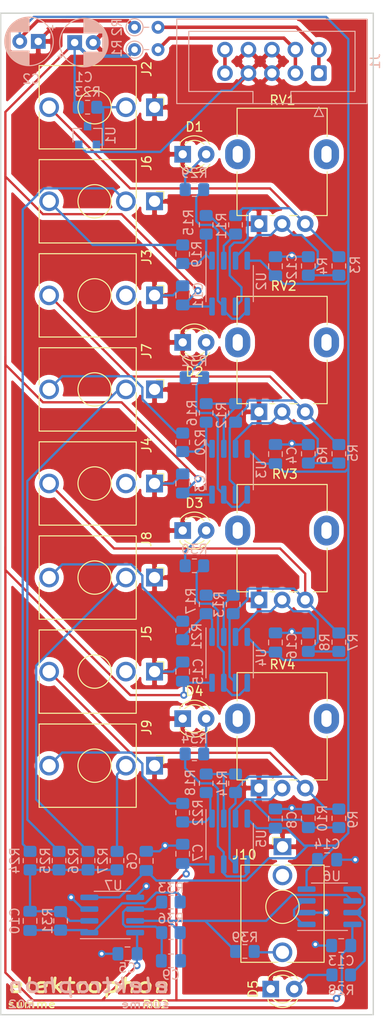
<source format=kicad_pcb>
(kicad_pcb (version 20171130) (host pcbnew 5.1.10)
  (title_block (title summe) (date 2021-05-30) (rev R01) (comment 1 "PCB for main circuit") (comment 2 "DC coupled mixer") (comment 4 "License CC BY 4.0 - Attribution 4.0 International"))
  (layers (0 F.Cu signal) (31 B.Cu signal) (34 B.Paste user) (35 F.Paste user) (36 B.SilkS user) (37 F.SilkS user) (38 B.Mask user) (39 F.Mask user) (44 Edge.Cuts user))
  (net 0 "")
  (net 1 GND)
  (net 2 +15V)
  (net 3 -15V)
  (net 4 "Net-(D2-Pad2)")
  (net 5 "Net-(D4-Pad2)")
  (net 6 +5V)
  (net 7 VP)
  (net 8 VN)
  (net 9 /IN_1)
  (net 10 /IN_2)
  (net 11 /IN_3)
  (net 12 /IN_4)
  (net 13 /MIX_1)
  (net 14 "Net-(J6-PadT)")
  (net 15 /MIX_2)
  (net 16 "Net-(J7-PadT)")
  (net 17 /MIX_3)
  (net 18 "Net-(J8-PadT)")
  (net 19 /MIX_4)
  (net 20 "Net-(J9-PadT)")
  (net 21 "Net-(J10-PadT)")
  (net 22 "Net-(R12-Pad1)")
  (net 23 "Net-(R13-Pad1)")
  (net 24 "Net-(R14-Pad1)")
  (net 25 "Net-(R15-Pad1)")
  (net 26 "Net-(R16-Pad1)")
  (net 27 "Net-(R17-Pad1)")
  (net 28 "Net-(R18-Pad1)")
  (net 29 /OUT)
  (net 30 "Net-(J3-PadTN)")
  (net 31 "Net-(J4-PadTN)")
  (net 32 "Net-(J5-PadTN)")
  (net 33 "Net-(J10-PadTN)")
  (net 34 "Net-(R3-Pad2)")
  (net 35 "Net-(R5-Pad2)")
  (net 36 "Net-(R7-Pad2)")
  (net 37 "Net-(R10-Pad1)")
  (net 38 "Net-(R11-Pad1)")
  (net 39 "Net-(C10-Pad2)")
  (net 40 "Net-(C10-Pad1)")
  (net 41 "Net-(D1-Pad2)")
  (net 42 "Net-(D3-Pad2)")
  (net 43 "Net-(D5-Pad2)")
  (net 44 /REF)
  (net 45 "Net-(R28-Pad2)")
  (net 46 "Net-(R29-Pad2)")
  (net 47 "Net-(R30-Pad2)")
  (net 48 "Net-(R32-Pad2)")
  (net 49 "Net-(R34-Pad2)")
  (net 50 "Net-(U6-Pad1)")
  (net 51 "Net-(C9-Pad2)")
  (module Capacitor_SMD:C_0805_2012Metric_Pad1.18x1.45mm_HandSolder (layer B.Cu) (at 69.215 153.162 180)
    (fp_text reference C9 (at 0 -1.524) (layer B.SilkS) (effects (justify mirror)))
    (fp_text value 100p)
    (pad 2 smd roundrect (at 1.0375 0 180) (size 1.175 1.45) (layers B.Cu B.Paste B.Mask) (roundrect_rratio 0.212766) (net 51 "Net-(C9-Pad2)"))
    (pad 1 smd roundrect (at -1.0375 0 180) (size 1.175 1.45) (layers B.Cu B.Paste B.Mask) (roundrect_rratio 0.212766) (net 29 /OUT))
  )
  (module "elektrophon:elektrophon logo" (layer F.Cu) (at 60.325 156.845)
    (fp_text reference REF** hide)
    (fp_text value "elektrophon logo" hide)
    (fp_text user summe (at 8.84 1.02) (layer B.SilkS) (effects (font (size 0.8 1)) (justify left mirror)))
    (fp_text user R02 (at -8.83 1) (layer B.SilkS) (effects (font (size 0.8 1)) (justify right mirror)))
    (fp_text user elektrophon (at 0 -1.016) (layer B.SilkS) (effects (font (size 1.5 2) (thickness 0.3) italic) (justify mirror)))
    (fp_text user R02 (at 8.8 1.02) (layer F.SilkS) (effects (font (size 0.8 1)) (justify right)))
    (fp_text user summe (at -8.88 1) (layer F.SilkS) (effects (font (size 0.8 1)) (justify left)))
    (fp_text user elektrophon (at 0 -1.016) (layer F.SilkS) (effects (font (size 1.5 2) (thickness 0.3) italic)))
  )
  (module Package_SO:SOIC-8_3.9x4.9mm_P1.27mm (layer B.Cu) (at 62.865 148.209)
    (fp_text reference U7 (at 0.127 -3.175) (layer B.SilkS) (effects (justify mirror)))
    (fp_text value TL072)
    (pad 8 smd roundrect (at 2.475 1.905) (size 1.95 0.6) (layers B.Cu B.Paste B.Mask) (net 2 +15V))
    (pad 7 smd roundrect (at 2.475 0.635) (size 1.95 0.6) (layers B.Cu B.Paste B.Mask) (net 29 /OUT))
    (pad 6 smd roundrect (at 2.475 -0.635) (size 1.95 0.6) (layers B.Cu B.Paste B.Mask) (net 51 "Net-(C9-Pad2)"))
    (pad 5 smd roundrect (at 2.475 -1.905) (size 1.95 0.6) (layers B.Cu B.Paste B.Mask) (net 1 GND))
    (pad 4 smd roundrect (at -2.475 -1.905) (size 1.95 0.6) (layers B.Cu B.Paste B.Mask) (net 3 -15V))
    (pad 3 smd roundrect (at -2.475 -0.635) (size 1.95 0.6) (layers B.Cu B.Paste B.Mask) (net 1 GND))
    (pad 2 smd roundrect (at -2.475 0.635) (size 1.95 0.6) (layers B.Cu B.Paste B.Mask) (net 39 "Net-(C10-Pad2)"))
    (pad 1 smd roundrect (at -2.475 1.905) (size 1.95 0.6) (layers B.Cu B.Paste B.Mask) (net 40 "Net-(C10-Pad1)"))
  )
  (module Package_SO:SOIC-8_3.9x4.9mm_P1.27mm (layer B.Cu) (at 86.36 147.32)
    (fp_text reference U6 (at 0.254 -3.302) (layer B.SilkS) (effects (justify mirror)))
    (fp_text value TL072)
    (pad 8 smd roundrect (at 2.475 1.905) (size 1.95 0.6) (layers B.Cu B.Paste B.Mask) (net 2 +15V))
    (pad 7 smd roundrect (at 2.475 0.635) (size 1.95 0.6) (layers B.Cu B.Paste B.Mask) (net 45 "Net-(R28-Pad2)"))
    (pad 6 smd roundrect (at 2.475 -0.635) (size 1.95 0.6) (layers B.Cu B.Paste B.Mask) (net 29 /OUT))
    (pad 5 smd roundrect (at 2.475 -1.905) (size 1.95 0.6) (layers B.Cu B.Paste B.Mask) (net 45 "Net-(R28-Pad2)"))
    (pad 4 smd roundrect (at -2.475 -1.905) (size 1.95 0.6) (layers B.Cu B.Paste B.Mask) (net 3 -15V))
    (pad 3 smd roundrect (at -2.475 -0.635) (size 1.95 0.6) (layers B.Cu B.Paste B.Mask) (net 50 "Net-(U6-Pad1)"))
    (pad 2 smd roundrect (at -2.475 0.635) (size 1.95 0.6) (layers B.Cu B.Paste B.Mask) (net 1 GND))
    (pad 1 smd roundrect (at -2.475 1.905) (size 1.95 0.6) (layers B.Cu B.Paste B.Mask) (net 50 "Net-(U6-Pad1)"))
  )
  (module Package_SO:SOIC-8_3.9x4.9mm_P1.27mm (layer B.Cu) (at 75.565 140.27 270)
    (fp_text reference U5 (at -0.316 -3.429 90) (layer B.SilkS) (effects (justify mirror)))
    (fp_text value TL072)
    (pad 8 smd roundrect (at 2.475 1.905 270) (size 1.95 0.6) (layers B.Cu B.Paste B.Mask) (net 2 +15V))
    (pad 7 smd roundrect (at 2.475 0.635 270) (size 1.95 0.6) (layers B.Cu B.Paste B.Mask) (net 49 "Net-(R34-Pad2)"))
    (pad 6 smd roundrect (at 2.475 -0.635 270) (size 1.95 0.6) (layers B.Cu B.Paste B.Mask) (net 12 /IN_4))
    (pad 5 smd roundrect (at 2.475 -1.905 270) (size 1.95 0.6) (layers B.Cu B.Paste B.Mask) (net 49 "Net-(R34-Pad2)"))
    (pad 4 smd roundrect (at -2.475 -1.905 270) (size 1.95 0.6) (layers B.Cu B.Paste B.Mask) (net 3 -15V))
    (pad 3 smd roundrect (at -2.475 -0.635 270) (size 1.95 0.6) (layers B.Cu B.Paste B.Mask) (net 37 "Net-(R10-Pad1)"))
    (pad 2 smd roundrect (at -2.475 0.635 270) (size 1.95 0.6) (layers B.Cu B.Paste B.Mask) (net 24 "Net-(R14-Pad1)"))
    (pad 1 smd roundrect (at -2.475 1.905 270) (size 1.95 0.6) (layers B.Cu B.Paste B.Mask) (net 28 "Net-(R18-Pad1)"))
  )
  (module Package_SO:SOIC-8_3.9x4.9mm_P1.27mm (layer B.Cu) (at 75.565 120.65 270)
    (fp_text reference U4 (at -0.254 -3.429 90) (layer B.SilkS) (effects (justify mirror)))
    (fp_text value TL072)
    (pad 8 smd roundrect (at 2.475 1.905 270) (size 1.95 0.6) (layers B.Cu B.Paste B.Mask) (net 2 +15V))
    (pad 7 smd roundrect (at 2.475 0.635 270) (size 1.95 0.6) (layers B.Cu B.Paste B.Mask) (net 47 "Net-(R30-Pad2)"))
    (pad 6 smd roundrect (at 2.475 -0.635 270) (size 1.95 0.6) (layers B.Cu B.Paste B.Mask) (net 11 /IN_3))
    (pad 5 smd roundrect (at 2.475 -1.905 270) (size 1.95 0.6) (layers B.Cu B.Paste B.Mask) (net 47 "Net-(R30-Pad2)"))
    (pad 4 smd roundrect (at -2.475 -1.905 270) (size 1.95 0.6) (layers B.Cu B.Paste B.Mask) (net 3 -15V))
    (pad 3 smd roundrect (at -2.475 -0.635 270) (size 1.95 0.6) (layers B.Cu B.Paste B.Mask) (net 36 "Net-(R7-Pad2)"))
    (pad 2 smd roundrect (at -2.475 0.635 270) (size 1.95 0.6) (layers B.Cu B.Paste B.Mask) (net 23 "Net-(R13-Pad1)"))
    (pad 1 smd roundrect (at -2.475 1.905 270) (size 1.95 0.6) (layers B.Cu B.Paste B.Mask) (net 27 "Net-(R17-Pad1)"))
  )
  (module Package_SO:SOIC-8_3.9x4.9mm_P1.27mm (layer B.Cu) (at 75.565 100.33 270)
    (fp_text reference U3 (at -0.254 -3.429 90) (layer B.SilkS) (effects (justify mirror)))
    (fp_text value TL072)
    (pad 8 smd roundrect (at 2.475 1.905 270) (size 1.95 0.6) (layers B.Cu B.Paste B.Mask) (net 2 +15V))
    (pad 7 smd roundrect (at 2.475 0.635 270) (size 1.95 0.6) (layers B.Cu B.Paste B.Mask) (net 48 "Net-(R32-Pad2)"))
    (pad 6 smd roundrect (at 2.475 -0.635 270) (size 1.95 0.6) (layers B.Cu B.Paste B.Mask) (net 10 /IN_2))
    (pad 5 smd roundrect (at 2.475 -1.905 270) (size 1.95 0.6) (layers B.Cu B.Paste B.Mask) (net 48 "Net-(R32-Pad2)"))
    (pad 4 smd roundrect (at -2.475 -1.905 270) (size 1.95 0.6) (layers B.Cu B.Paste B.Mask) (net 3 -15V))
    (pad 3 smd roundrect (at -2.475 -0.635 270) (size 1.95 0.6) (layers B.Cu B.Paste B.Mask) (net 35 "Net-(R5-Pad2)"))
    (pad 2 smd roundrect (at -2.475 0.635 270) (size 1.95 0.6) (layers B.Cu B.Paste B.Mask) (net 22 "Net-(R12-Pad1)"))
    (pad 1 smd roundrect (at -2.475 1.905 270) (size 1.95 0.6) (layers B.Cu B.Paste B.Mask) (net 26 "Net-(R16-Pad1)"))
  )
  (module Package_SO:SOIC-8_3.9x4.9mm_P1.27mm (layer B.Cu) (at 75.565 80.01 270)
    (fp_text reference U2 (at -0.254 -3.429 90) (layer B.SilkS) (effects (justify mirror)))
    (fp_text value TL072)
    (pad 8 smd roundrect (at 2.475 1.905 270) (size 1.95 0.6) (layers B.Cu B.Paste B.Mask) (net 2 +15V))
    (pad 7 smd roundrect (at 2.475 0.635 270) (size 1.95 0.6) (layers B.Cu B.Paste B.Mask) (net 46 "Net-(R29-Pad2)"))
    (pad 6 smd roundrect (at 2.475 -0.635 270) (size 1.95 0.6) (layers B.Cu B.Paste B.Mask) (net 9 /IN_1))
    (pad 5 smd roundrect (at 2.475 -1.905 270) (size 1.95 0.6) (layers B.Cu B.Paste B.Mask) (net 46 "Net-(R29-Pad2)"))
    (pad 4 smd roundrect (at -2.475 -1.905 270) (size 1.95 0.6) (layers B.Cu B.Paste B.Mask) (net 3 -15V))
    (pad 3 smd roundrect (at -2.475 -0.635 270) (size 1.95 0.6) (layers B.Cu B.Paste B.Mask) (net 34 "Net-(R3-Pad2)"))
    (pad 2 smd roundrect (at -2.475 0.635 270) (size 1.95 0.6) (layers B.Cu B.Paste B.Mask) (net 38 "Net-(R11-Pad1)"))
    (pad 1 smd roundrect (at -2.475 1.905 270) (size 1.95 0.6) (layers B.Cu B.Paste B.Mask) (net 25 "Net-(R15-Pad1)"))
  )
  (module Package_TO_SOT_SMD:SOT-23 (layer B.Cu) (at 60.198 64.008 90)
    (fp_text reference U1 (at 0 2.5 90) (layer B.SilkS) (effects (justify mirror)))
    (fp_text value LM4040DBZ-5)
    (pad 3 smd rect (at 1 0 90) (size 0.9 0.8) (layers B.Cu B.Paste B.Mask))
    (pad 2 smd rect (at -1 -0.95 90) (size 0.9 0.8) (layers B.Cu B.Paste B.Mask) (net 1 GND))
    (pad 1 smd rect (at -1 0.95 90) (size 0.9 0.8) (layers B.Cu B.Paste B.Mask) (net 44 /REF))
  )
  (module Resistor_SMD:R_0805_2012Metric_Pad1.20x1.40mm_HandSolder (layer B.Cu) (at 71.755 130.81 180)
    (fp_text reference R34 (at 0 1.65) (layer B.SilkS) (effects (justify mirror)))
    (fp_text value 500)
    (pad 2 smd roundrect (at 1 0 180) (size 1.2 1.4) (layers B.Cu B.Paste B.Mask) (roundrect_rratio 0.208333) (net 49 "Net-(R34-Pad2)"))
    (pad 1 smd roundrect (at -1 0 180) (size 1.2 1.4) (layers B.Cu B.Paste B.Mask) (roundrect_rratio 0.208333) (net 5 "Net-(D4-Pad2)"))
  )
  (module Resistor_SMD:R_0805_2012Metric_Pad1.20x1.40mm_HandSolder (layer B.Cu) (at 71.755 90.17)
    (fp_text reference R32 (at 0 -1.778) (layer B.SilkS) (effects (justify mirror)))
    (fp_text value 500)
    (pad 2 smd roundrect (at 1 0) (size 1.2 1.4) (layers B.Cu B.Paste B.Mask) (roundrect_rratio 0.208333) (net 48 "Net-(R32-Pad2)"))
    (pad 1 smd roundrect (at -1 0) (size 1.2 1.4) (layers B.Cu B.Paste B.Mask) (roundrect_rratio 0.208333) (net 4 "Net-(D2-Pad2)"))
  )
  (module Resistor_SMD:R_0805_2012Metric_Pad1.20x1.40mm_HandSolder (layer B.Cu) (at 71.755 110.49)
    (fp_text reference R30 (at 0 -1.778) (layer B.SilkS) (effects (justify mirror)))
    (fp_text value 500)
    (pad 2 smd roundrect (at 1 0) (size 1.2 1.4) (layers B.Cu B.Paste B.Mask) (roundrect_rratio 0.208333) (net 47 "Net-(R30-Pad2)"))
    (pad 1 smd roundrect (at -1 0) (size 1.2 1.4) (layers B.Cu B.Paste B.Mask) (roundrect_rratio 0.208333) (net 42 "Net-(D3-Pad2)"))
  )
  (module Resistor_SMD:R_0805_2012Metric_Pad1.20x1.40mm_HandSolder (layer B.Cu) (at 71.755 69.85)
    (fp_text reference R29 (at 0 -1.778) (layer B.SilkS) (effects (justify mirror)))
    (fp_text value 500)
    (pad 2 smd roundrect (at 1 0) (size 1.2 1.4) (layers B.Cu B.Paste B.Mask) (roundrect_rratio 0.208333) (net 46 "Net-(R29-Pad2)"))
    (pad 1 smd roundrect (at -1 0) (size 1.2 1.4) (layers B.Cu B.Paste B.Mask) (roundrect_rratio 0.208333) (net 41 "Net-(D1-Pad2)"))
  )
  (module Resistor_SMD:R_0805_2012Metric_Pad1.20x1.40mm_HandSolder (layer B.Cu) (at 87.63 154.686)
    (fp_text reference R28 (at 0 1.65) (layer B.SilkS) (effects (justify mirror)))
    (fp_text value 500)
    (pad 2 smd roundrect (at 1 0) (size 1.2 1.4) (layers B.Cu B.Paste B.Mask) (roundrect_rratio 0.208333) (net 45 "Net-(R28-Pad2)"))
    (pad 1 smd roundrect (at -1 0) (size 1.2 1.4) (layers B.Cu B.Paste B.Mask) (roundrect_rratio 0.208333) (net 43 "Net-(D5-Pad2)"))
  )
  (module Resistor_SMD:R_0805_2012Metric_Pad1.20x1.40mm_HandSolder (layer B.Cu) (at 60.198 60.96 180)
    (fp_text reference R23 (at 0 1.65) (layer B.SilkS) (effects (justify mirror)))
    (fp_text value 8.2k)
    (pad 2 smd roundrect (at 1 0 180) (size 1.2 1.4) (layers B.Cu B.Paste B.Mask) (roundrect_rratio 0.208333) (net 2 +15V))
    (pad 1 smd roundrect (at -1 0 180) (size 1.2 1.4) (layers B.Cu B.Paste B.Mask) (roundrect_rratio 0.208333) (net 44 /REF))
  )
  (module LED_THT:LED_D3.0mm (layer F.Cu) (at 70.485 127)
    (fp_text reference D4 (at 1.27 -2.96) (layer F.SilkS))
    (fp_text value "LED (Green/Yellow)")
    (pad 2 thru_hole circle (at 2.54 0) (size 1.8 1.8) (drill 0.9) (layers *.Cu *.Mask) (net 5 "Net-(D4-Pad2)"))
    (pad 1 thru_hole rect (at 0 0) (size 1.8 1.8) (drill 0.9) (layers *.Cu *.Mask) (net 1 GND))
  )
  (module LED_THT:LED_D3.0mm (layer F.Cu) (at 70.485 86.36)
    (fp_text reference D2 (at 1.27 3.175) (layer F.SilkS))
    (fp_text value "LED (Green/Yellow)")
    (pad 2 thru_hole circle (at 2.54 0) (size 1.8 1.8) (drill 0.9) (layers *.Cu *.Mask) (net 4 "Net-(D2-Pad2)"))
    (pad 1 thru_hole rect (at 0 0) (size 1.8 1.8) (drill 0.9) (layers *.Cu *.Mask) (net 1 GND))
  )
  (module LED_THT:LED_D3.0mm (layer F.Cu) (at 70.485 106.68)
    (fp_text reference D3 (at 1.27 -2.96) (layer F.SilkS))
    (fp_text value "LED (Green/Yellow)")
    (pad 2 thru_hole circle (at 2.54 0) (size 1.8 1.8) (drill 0.9) (layers *.Cu *.Mask) (net 42 "Net-(D3-Pad2)"))
    (pad 1 thru_hole rect (at 0 0) (size 1.8 1.8) (drill 0.9) (layers *.Cu *.Mask) (net 1 GND))
  )
  (module LED_THT:LED_D3.0mm (layer F.Cu) (at 70.485 66.04)
    (fp_text reference D1 (at 1.27 -2.96) (layer F.SilkS))
    (fp_text value "LED (Green/Yellow)")
    (pad 2 thru_hole circle (at 2.54 0) (size 1.8 1.8) (drill 0.9) (layers *.Cu *.Mask) (net 41 "Net-(D1-Pad2)"))
    (pad 1 thru_hole rect (at 0 0) (size 1.8 1.8) (drill 0.9) (layers *.Cu *.Mask) (net 1 GND))
  )
  (module LED_THT:LED_D3.0mm (layer F.Cu) (at 80.01 156.21)
    (fp_text reference D5 (at -1.905 0 90) (layer F.SilkS))
    (fp_text value "LED (Red/Yellow)")
    (pad 2 thru_hole circle (at 2.54 0) (size 1.8 1.8) (drill 0.9) (layers *.Cu *.Mask) (net 43 "Net-(D5-Pad2)"))
    (pad 1 thru_hole rect (at 0 0) (size 1.8 1.8) (drill 0.9) (layers *.Cu *.Mask) (net 1 GND))
  )
  (module Capacitor_SMD:C_0805_2012Metric_Pad1.18x1.45mm_HandSolder (layer B.Cu) (at 80.518 118.775 270)
    (fp_text reference C16 (at 0.351 -1.778 90) (layer B.SilkS) (effects (justify mirror)))
    (fp_text value 0.1u)
    (pad 2 smd roundrect (at 1.0375 0 270) (size 1.175 1.45) (layers B.Cu B.Paste B.Mask) (roundrect_rratio 0.212766) (net 3 -15V))
    (pad 1 smd roundrect (at -1.0375 0 270) (size 1.175 1.45) (layers B.Cu B.Paste B.Mask) (roundrect_rratio 0.212766) (net 1 GND))
  )
  (module Capacitor_SMD:C_0805_2012Metric_Pad1.18x1.45mm_HandSolder (layer B.Cu) (at 70.485 121.92 90)
    (fp_text reference C15 (at 0 1.68 90) (layer B.SilkS) (effects (justify mirror)))
    (fp_text value 0.1u)
    (pad 2 smd roundrect (at 1.0375 0 90) (size 1.175 1.45) (layers B.Cu B.Paste B.Mask) (roundrect_rratio 0.212766) (net 1 GND))
    (pad 1 smd roundrect (at -1.0375 0 90) (size 1.175 1.45) (layers B.Cu B.Paste B.Mask) (roundrect_rratio 0.212766) (net 2 +15V))
  )
  (module Capacitor_SMD:C_0805_2012Metric_Pad1.18x1.45mm_HandSolder (layer B.Cu) (at 86.106 142.24 180)
    (fp_text reference C14 (at 0 1.68) (layer B.SilkS) (effects (justify mirror)))
    (fp_text value 0.1u)
    (pad 2 smd roundrect (at 1.0375 0 180) (size 1.175 1.45) (layers B.Cu B.Paste B.Mask) (roundrect_rratio 0.212766) (net 3 -15V))
    (pad 1 smd roundrect (at -1.0375 0 180) (size 1.175 1.45) (layers B.Cu B.Paste B.Mask) (roundrect_rratio 0.212766) (net 1 GND))
  )
  (module Capacitor_SMD:C_0805_2012Metric_Pad1.18x1.45mm_HandSolder (layer B.Cu) (at 87.63 151.511 180)
    (fp_text reference C13 (at 0 -1.651) (layer B.SilkS) (effects (justify mirror)))
    (fp_text value 0.1u)
    (pad 2 smd roundrect (at 1.0375 0 180) (size 1.175 1.45) (layers B.Cu B.Paste B.Mask) (roundrect_rratio 0.212766) (net 1 GND))
    (pad 1 smd roundrect (at -1.0375 0 180) (size 1.175 1.45) (layers B.Cu B.Paste B.Mask) (roundrect_rratio 0.212766) (net 2 +15V))
  )
  (module Capacitor_SMD:C_0805_2012Metric_Pad1.18x1.45mm_HandSolder (layer B.Cu) (at 80.518 78.135 270)
    (fp_text reference C12 (at 0 -1.778 90) (layer B.SilkS) (effects (justify mirror)))
    (fp_text value 0.1u)
    (pad 2 smd roundrect (at 1.0375 0 270) (size 1.175 1.45) (layers B.Cu B.Paste B.Mask) (roundrect_rratio 0.212766) (net 3 -15V))
    (pad 1 smd roundrect (at -1.0375 0 270) (size 1.175 1.45) (layers B.Cu B.Paste B.Mask) (roundrect_rratio 0.212766) (net 1 GND))
  )
  (module Capacitor_SMD:C_0805_2012Metric_Pad1.18x1.45mm_HandSolder (layer B.Cu) (at 70.485 81.28 90)
    (fp_text reference C11 (at 0 1.68 90) (layer B.SilkS) (effects (justify mirror)))
    (fp_text value 0.1u)
    (pad 2 smd roundrect (at 1.0375 0 90) (size 1.175 1.45) (layers B.Cu B.Paste B.Mask) (roundrect_rratio 0.212766) (net 1 GND))
    (pad 1 smd roundrect (at -1.0375 0 90) (size 1.175 1.45) (layers B.Cu B.Paste B.Mask) (roundrect_rratio 0.212766) (net 2 +15V))
  )
  (module Capacitor_SMD:C_0805_2012Metric_Pad1.18x1.45mm_HandSolder (layer B.Cu) (at 53.975 148.844 90)
    (fp_text reference C10 (at 0 -1.651 270) (layer B.SilkS) (effects (justify mirror)))
    (fp_text value 100p)
    (pad 2 smd roundrect (at 1.0375 0 90) (size 1.175 1.45) (layers B.Cu B.Paste B.Mask) (roundrect_rratio 0.212766) (net 39 "Net-(C10-Pad2)"))
    (pad 1 smd roundrect (at -1.0375 0 90) (size 1.175 1.45) (layers B.Cu B.Paste B.Mask) (roundrect_rratio 0.212766) (net 40 "Net-(C10-Pad1)"))
  )
  (module Connector_IDC:IDC-Header_2x05_P2.54mm_Vertical (layer B.Cu) (at 85.217 57.277 90)
    (fp_text reference J1 (at 1.27 6.1 90) (layer B.SilkS) (effects (justify mirror)))
    (fp_text value "IDC Header")
    (pad 10 thru_hole circle (at 2.54 -10.16 90) (size 1.7 1.7) (drill 1) (layers *.Cu *.Mask) (net 6 +5V))
    (pad 8 thru_hole circle (at 2.54 -7.62 90) (size 1.7 1.7) (drill 1) (layers *.Cu *.Mask) (net 1 GND))
    (pad 6 thru_hole circle (at 2.54 -5.08 90) (size 1.7 1.7) (drill 1) (layers *.Cu *.Mask) (net 1 GND))
    (pad 4 thru_hole circle (at 2.54 -2.54 90) (size 1.7 1.7) (drill 1) (layers *.Cu *.Mask) (net 7 VP))
    (pad 2 thru_hole circle (at 2.54 0 90) (size 1.7 1.7) (drill 1) (layers *.Cu *.Mask) (net 8 VN))
    (pad 9 thru_hole circle (at 0 -10.16 90) (size 1.7 1.7) (drill 1) (layers *.Cu *.Mask) (net 6 +5V))
    (pad 7 thru_hole circle (at 0 -7.62 90) (size 1.7 1.7) (drill 1) (layers *.Cu *.Mask) (net 1 GND))
    (pad 5 thru_hole circle (at 0 -5.08 90) (size 1.7 1.7) (drill 1) (layers *.Cu *.Mask) (net 1 GND))
    (pad 3 thru_hole circle (at 0 -2.54 90) (size 1.7 1.7) (drill 1) (layers *.Cu *.Mask) (net 7 VP))
    (pad 1 thru_hole roundrect (at 0 0 90) (size 1.7 1.7) (drill 1) (layers *.Cu *.Mask) (roundrect_rratio 0.147059) (net 8 VN))
  )
  (module elektrophon:Jack_3.5mm_WQP-PJ398SM_Vertical (layer F.Cu) (at 60.96 81.28 270)
    (fp_text reference J3 (at -4.13 -5.63 90) (layer F.SilkS))
    (fp_text value IN)
    (pad TN thru_hole circle (at 0 -3.38 90) (size 2.13 2.13) (drill 1.42) (layers *.Cu *.Mask) (net 30 "Net-(J3-PadTN)"))
    (pad S thru_hole rect (at 0 -6.48 90) (size 1.93 1.83) (drill 1.22) (layers *.Cu *.Mask) (net 1 GND))
    (pad T thru_hole circle (at 0 4.92 90) (size 2.13 2.13) (drill 1.43) (layers *.Cu *.Mask) (net 10 /IN_2))
  )
  (module elektrophon:Potentiometer_Alpha_RD901F-40-00D_Single_Vertical (layer F.Cu) (at 81.28 127 90)
    (fp_text reference RV4 (at 5.842 0) (layer F.SilkS))
    (fp_text value 100k)
    (pad "" thru_hole oval (at 0 -4.84 180) (size 2.72 3.24) (drill oval 1.1 1.8) (layers *.Cu *.Mask))
    (pad "" thru_hole oval (at 0 4.76 180) (size 2.72 3.24) (drill oval 1.1 1.8) (layers *.Cu *.Mask))
    (pad 3 thru_hole circle (at -7.5 2.46 180) (size 1.8 1.8) (drill 1) (layers *.Cu *.Mask) (net 12 /IN_4))
    (pad 2 thru_hole circle (at -7.5 -0.04 180) (size 1.8 1.8) (drill 1) (layers *.Cu *.Mask) (net 37 "Net-(R10-Pad1)"))
    (pad 1 thru_hole rect (at -7.5 -2.54 180) (size 1.8 1.8) (drill 1) (layers *.Cu *.Mask) (net 1 GND))
  )
  (module Resistor_THT:R_Axial_DIN0204_L3.6mm_D1.6mm_P2.54mm_Vertical (layer B.Cu) (at 65.278 52.324)
    (fp_text reference R2 (at -1.905 0 90) (layer B.SilkS) (effects (justify mirror)))
    (fp_text value 10)
    (pad 2 thru_hole oval (at 2.54 0) (size 1.4 1.4) (drill 0.7) (layers *.Cu *.Mask) (net 8 VN))
    (pad 1 thru_hole circle (at 0 0) (size 1.4 1.4) (drill 0.7) (layers *.Cu *.Mask) (net 3 -15V))
  )
  (module Resistor_THT:R_Axial_DIN0204_L3.6mm_D1.6mm_P2.54mm_Vertical (layer B.Cu) (at 65.278 54.737)
    (fp_text reference R1 (at -1.905 -0.127 90) (layer B.SilkS) (effects (justify mirror)))
    (fp_text value 10)
    (pad 2 thru_hole oval (at 2.54 0) (size 1.4 1.4) (drill 0.7) (layers *.Cu *.Mask) (net 7 VP))
    (pad 1 thru_hole circle (at 0 0) (size 1.4 1.4) (drill 0.7) (layers *.Cu *.Mask) (net 2 +15V))
  )
  (module Capacitor_THT:CP_Radial_D5.0mm_P2.00mm (layer B.Cu) (at 54.864 53.848 180)
    (fp_text reference C2 (at 0.762 -4.064) (layer B.SilkS) (effects (justify mirror)))
    (fp_text value 22u)
    (pad 2 thru_hole circle (at 2 0 180) (size 1.6 1.6) (drill 0.8) (layers *.Cu *.Mask) (net 3 -15V))
    (pad 1 thru_hole rect (at 0 0 180) (size 1.6 1.6) (drill 0.8) (layers *.Cu *.Mask) (net 1 GND))
  )
  (module Capacitor_THT:CP_Radial_D5.0mm_P2.00mm (layer B.Cu) (at 58.801 53.975)
    (fp_text reference C1 (at 1 3.75) (layer B.SilkS) (effects (justify mirror)))
    (fp_text value 22u)
    (pad 2 thru_hole circle (at 2 0) (size 1.6 1.6) (drill 0.8) (layers *.Cu *.Mask) (net 1 GND))
    (pad 1 thru_hole rect (at 0 0) (size 1.6 1.6) (drill 0.8) (layers *.Cu *.Mask) (net 2 +15V))
  )
  (module Capacitor_SMD:C_0805_2012Metric_Pad1.18x1.45mm_HandSolder (layer B.Cu) (at 80.518 137.795 270)
    (fp_text reference C8 (at 0.127 -1.778 90) (layer B.SilkS) (effects (justify mirror)))
    (fp_text value 0.1u)
    (pad 2 smd roundrect (at 1.0375 0 270) (size 1.175 1.45) (layers B.Cu B.Paste B.Mask) (roundrect_rratio 0.212766) (net 3 -15V))
    (pad 1 smd roundrect (at -1.0375 0 270) (size 1.175 1.45) (layers B.Cu B.Paste B.Mask) (roundrect_rratio 0.212766) (net 1 GND))
  )
  (module Capacitor_SMD:C_0805_2012Metric_Pad1.18x1.45mm_HandSolder (layer B.Cu) (at 70.485 141.605 90)
    (fp_text reference C7 (at 0.127 1.651 90) (layer B.SilkS) (effects (justify mirror)))
    (fp_text value 0.1u)
    (pad 2 smd roundrect (at 1.0375 0 90) (size 1.175 1.45) (layers B.Cu B.Paste B.Mask) (roundrect_rratio 0.212766) (net 1 GND))
    (pad 1 smd roundrect (at -1.0375 0 90) (size 1.175 1.45) (layers B.Cu B.Paste B.Mask) (roundrect_rratio 0.212766) (net 2 +15V))
  )
  (module Capacitor_SMD:C_0805_2012Metric_Pad1.18x1.45mm_HandSolder (layer B.Cu) (at 66.548 142.367 270)
    (fp_text reference C6 (at 0 1.524 90) (layer B.SilkS) (effects (justify mirror)))
    (fp_text value 0.1u)
    (pad 2 smd roundrect (at 1.0375 0 270) (size 1.175 1.45) (layers B.Cu B.Paste B.Mask) (roundrect_rratio 0.212766) (net 3 -15V))
    (pad 1 smd roundrect (at -1.0375 0 270) (size 1.175 1.45) (layers B.Cu B.Paste B.Mask) (roundrect_rratio 0.212766) (net 1 GND))
  )
  (module Capacitor_SMD:C_0805_2012Metric_Pad1.18x1.45mm_HandSolder (layer B.Cu) (at 64.516 152.4 180)
    (fp_text reference C5 (at 0.0215 -1.524 180) (layer B.SilkS) (effects (justify mirror)))
    (fp_text value 0.1u)
    (pad 2 smd roundrect (at 1.0375 0 180) (size 1.175 1.45) (layers B.Cu B.Paste B.Mask) (roundrect_rratio 0.212766) (net 1 GND))
    (pad 1 smd roundrect (at -1.0375 0 180) (size 1.175 1.45) (layers B.Cu B.Paste B.Mask) (roundrect_rratio 0.212766) (net 2 +15V))
  )
  (module Capacitor_SMD:C_0805_2012Metric_Pad1.18x1.45mm_HandSolder (layer B.Cu) (at 80.518 98.425 270)
    (fp_text reference C4 (at 0.127 -1.778 90) (layer B.SilkS) (effects (justify mirror)))
    (fp_text value 0.1u)
    (pad 2 smd roundrect (at 1.0375 0 270) (size 1.175 1.45) (layers B.Cu B.Paste B.Mask) (roundrect_rratio 0.212766) (net 3 -15V))
    (pad 1 smd roundrect (at -1.0375 0 270) (size 1.175 1.45) (layers B.Cu B.Paste B.Mask) (roundrect_rratio 0.212766) (net 1 GND))
  )
  (module Capacitor_SMD:C_0805_2012Metric_Pad1.18x1.45mm_HandSolder (layer B.Cu) (at 70.485 101.6 90)
    (fp_text reference C3 (at 0 1.905 90) (layer B.SilkS) (effects (justify mirror)))
    (fp_text value 0.1u)
    (pad 2 smd roundrect (at 1.0375 0 90) (size 1.175 1.45) (layers B.Cu B.Paste B.Mask) (roundrect_rratio 0.212766) (net 1 GND))
    (pad 1 smd roundrect (at -1.0375 0 90) (size 1.175 1.45) (layers B.Cu B.Paste B.Mask) (roundrect_rratio 0.212766) (net 2 +15V))
  )
  (module elektrophon:Jack_3.5mm_WQP-PJ398SM_Vertical (layer F.Cu) (at 81.28 147.32)
    (fp_text reference J10 (at -4.13 -5.63) (layer F.SilkS))
    (fp_text value OUT)
    (pad TN thru_hole circle (at 0 -3.38 180) (size 2.13 2.13) (drill 1.42) (layers *.Cu *.Mask) (net 33 "Net-(J10-PadTN)"))
    (pad S thru_hole rect (at 0 -6.48 180) (size 1.93 1.83) (drill 1.22) (layers *.Cu *.Mask) (net 1 GND))
    (pad T thru_hole circle (at 0 4.92 180) (size 2.13 2.13) (drill 1.43) (layers *.Cu *.Mask) (net 21 "Net-(J10-PadT)"))
  )
  (module elektrophon:Jack_3.5mm_WQP-PJ398SM_Vertical (layer F.Cu) (at 60.96 132.08 270)
    (fp_text reference J9 (at -4.13 -5.63 90) (layer F.SilkS))
    (fp_text value OUT)
    (pad TN thru_hole circle (at 0 -3.38 90) (size 2.13 2.13) (drill 1.42) (layers *.Cu *.Mask) (net 19 /MIX_4))
    (pad S thru_hole rect (at 0 -6.48 90) (size 1.93 1.83) (drill 1.22) (layers *.Cu *.Mask) (net 1 GND))
    (pad T thru_hole circle (at 0 4.92 90) (size 2.13 2.13) (drill 1.43) (layers *.Cu *.Mask) (net 20 "Net-(J9-PadT)"))
  )
  (module elektrophon:Jack_3.5mm_WQP-PJ398SM_Vertical (layer F.Cu) (at 60.96 111.76 270)
    (fp_text reference J8 (at -4.13 -5.63 90) (layer F.SilkS))
    (fp_text value OUT)
    (pad TN thru_hole circle (at 0 -3.38 90) (size 2.13 2.13) (drill 1.42) (layers *.Cu *.Mask) (net 17 /MIX_3))
    (pad S thru_hole rect (at 0 -6.48 90) (size 1.93 1.83) (drill 1.22) (layers *.Cu *.Mask) (net 1 GND))
    (pad T thru_hole circle (at 0 4.92 90) (size 2.13 2.13) (drill 1.43) (layers *.Cu *.Mask) (net 18 "Net-(J8-PadT)"))
  )
  (module elektrophon:Jack_3.5mm_WQP-PJ398SM_Vertical (layer F.Cu) (at 60.96 91.44 270)
    (fp_text reference J7 (at -4.13 -5.63 90) (layer F.SilkS))
    (fp_text value OUT)
    (pad TN thru_hole circle (at 0 -3.38 90) (size 2.13 2.13) (drill 1.42) (layers *.Cu *.Mask) (net 15 /MIX_2))
    (pad S thru_hole rect (at 0 -6.48 90) (size 1.93 1.83) (drill 1.22) (layers *.Cu *.Mask) (net 1 GND))
    (pad T thru_hole circle (at 0 4.92 90) (size 2.13 2.13) (drill 1.43) (layers *.Cu *.Mask) (net 16 "Net-(J7-PadT)"))
  )
  (module elektrophon:Jack_3.5mm_WQP-PJ398SM_Vertical (layer F.Cu) (at 60.96 71.12 270)
    (fp_text reference J6 (at -4.13 -5.63 90) (layer F.SilkS))
    (fp_text value OUT)
    (pad TN thru_hole circle (at 0 -3.38 90) (size 2.13 2.13) (drill 1.42) (layers *.Cu *.Mask) (net 13 /MIX_1))
    (pad S thru_hole rect (at 0 -6.48 90) (size 1.93 1.83) (drill 1.22) (layers *.Cu *.Mask) (net 1 GND))
    (pad T thru_hole circle (at 0 4.92 90) (size 2.13 2.13) (drill 1.43) (layers *.Cu *.Mask) (net 14 "Net-(J6-PadT)"))
  )
  (module elektrophon:Jack_3.5mm_WQP-PJ398SM_Vertical (layer F.Cu) (at 60.96 121.92 270)
    (fp_text reference J5 (at -4.13 -5.63 90) (layer F.SilkS))
    (fp_text value IN)
    (pad TN thru_hole circle (at 0 -3.38 90) (size 2.13 2.13) (drill 1.42) (layers *.Cu *.Mask) (net 32 "Net-(J5-PadTN)"))
    (pad S thru_hole rect (at 0 -6.48 90) (size 1.93 1.83) (drill 1.22) (layers *.Cu *.Mask) (net 1 GND))
    (pad T thru_hole circle (at 0 4.92 90) (size 2.13 2.13) (drill 1.43) (layers *.Cu *.Mask) (net 12 /IN_4))
  )
  (module elektrophon:Jack_3.5mm_WQP-PJ398SM_Vertical (layer F.Cu) (at 60.96 101.6 270)
    (fp_text reference J4 (at -4.13 -5.63 90) (layer F.SilkS))
    (fp_text value IN)
    (pad TN thru_hole circle (at 0 -3.38 90) (size 2.13 2.13) (drill 1.42) (layers *.Cu *.Mask) (net 31 "Net-(J4-PadTN)"))
    (pad S thru_hole rect (at 0 -6.48 90) (size 1.93 1.83) (drill 1.22) (layers *.Cu *.Mask) (net 1 GND))
    (pad T thru_hole circle (at 0 4.92 90) (size 2.13 2.13) (drill 1.43) (layers *.Cu *.Mask) (net 11 /IN_3))
  )
  (module elektrophon:Jack_3.5mm_WQP-PJ398SM_Vertical (layer F.Cu) (at 60.96 60.96 270)
    (fp_text reference J2 (at -4.13 -5.63 90) (layer F.SilkS))
    (fp_text value IN)
    (pad TN thru_hole circle (at 0 -3.38 90) (size 2.13 2.13) (drill 1.42) (layers *.Cu *.Mask) (net 44 /REF))
    (pad S thru_hole rect (at 0 -6.48 90) (size 1.93 1.83) (drill 1.22) (layers *.Cu *.Mask) (net 1 GND))
    (pad T thru_hole circle (at 0 4.92 90) (size 2.13 2.13) (drill 1.43) (layers *.Cu *.Mask) (net 9 /IN_1))
  )
  (module elektrophon:Potentiometer_Alpha_RD901F-40-00D_Single_Vertical (layer F.Cu) (at 81.28 106.68 90)
    (fp_text reference RV3 (at 6.096 0.254) (layer F.SilkS))
    (fp_text value 100k)
    (pad "" thru_hole oval (at 0 -4.84 180) (size 2.72 3.24) (drill oval 1.1 1.8) (layers *.Cu *.Mask))
    (pad "" thru_hole oval (at 0 4.76 180) (size 2.72 3.24) (drill oval 1.1 1.8) (layers *.Cu *.Mask))
    (pad 3 thru_hole circle (at -7.5 2.46 180) (size 1.8 1.8) (drill 1) (layers *.Cu *.Mask) (net 11 /IN_3))
    (pad 2 thru_hole circle (at -7.5 -0.04 180) (size 1.8 1.8) (drill 1) (layers *.Cu *.Mask) (net 36 "Net-(R7-Pad2)"))
    (pad 1 thru_hole rect (at -7.5 -2.54 180) (size 1.8 1.8) (drill 1) (layers *.Cu *.Mask) (net 1 GND))
  )
  (module elektrophon:Potentiometer_Alpha_RD901F-40-00D_Single_Vertical (layer F.Cu) (at 81.28 86.36 90)
    (fp_text reference RV2 (at 6.096 0.127) (layer F.SilkS))
    (fp_text value 100k)
    (pad "" thru_hole oval (at 0 -4.84 180) (size 2.72 3.24) (drill oval 1.1 1.8) (layers *.Cu *.Mask))
    (pad "" thru_hole oval (at 0 4.76 180) (size 2.72 3.24) (drill oval 1.1 1.8) (layers *.Cu *.Mask))
    (pad 3 thru_hole circle (at -7.5 2.46 180) (size 1.8 1.8) (drill 1) (layers *.Cu *.Mask) (net 10 /IN_2))
    (pad 2 thru_hole circle (at -7.5 -0.04 180) (size 1.8 1.8) (drill 1) (layers *.Cu *.Mask) (net 35 "Net-(R5-Pad2)"))
    (pad 1 thru_hole rect (at -7.5 -2.54 180) (size 1.8 1.8) (drill 1) (layers *.Cu *.Mask) (net 1 GND))
  )
  (module elektrophon:Potentiometer_Alpha_RD901F-40-00D_Single_Vertical (layer F.Cu) (at 81.28 66.04 90)
    (fp_text reference RV1 (at 5.842 0) (layer F.SilkS))
    (fp_text value 100k)
    (pad "" thru_hole oval (at 0 -4.84 180) (size 2.72 3.24) (drill oval 1.1 1.8) (layers *.Cu *.Mask))
    (pad "" thru_hole oval (at 0 4.76 180) (size 2.72 3.24) (drill oval 1.1 1.8) (layers *.Cu *.Mask))
    (pad 3 thru_hole circle (at -7.5 2.46 180) (size 1.8 1.8) (drill 1) (layers *.Cu *.Mask) (net 9 /IN_1))
    (pad 2 thru_hole circle (at -7.5 -0.04 180) (size 1.8 1.8) (drill 1) (layers *.Cu *.Mask) (net 34 "Net-(R3-Pad2)"))
    (pad 1 thru_hole rect (at -7.5 -2.54 180) (size 1.8 1.8) (drill 1) (layers *.Cu *.Mask) (net 1 GND))
  )
  (module Resistor_SMD:R_0805_2012Metric_Pad1.20x1.40mm_HandSolder (layer B.Cu) (at 77.216 152.146)
    (fp_text reference R39 (at 0 -1.524) (layer B.SilkS) (effects (justify mirror)))
    (fp_text value 1k)
    (pad 2 smd roundrect (at 1 0) (size 1.2 1.4) (layers B.Cu B.Paste B.Mask) (roundrect_rratio 0.208333) (net 21 "Net-(J10-PadT)"))
    (pad 1 smd roundrect (at -1 0) (size 1.2 1.4) (layers B.Cu B.Paste B.Mask) (roundrect_rratio 0.208333) (net 29 /OUT))
  )
  (module Resistor_SMD:R_0805_2012Metric_Pad1.20x1.40mm_HandSolder (layer B.Cu) (at 69.215 150.114)
    (fp_text reference R36 (at 0 -1.524) (layer B.SilkS) (effects (justify mirror)))
    (fp_text value 100k)
    (pad 2 smd roundrect (at 1 0) (size 1.2 1.4) (layers B.Cu B.Paste B.Mask) (roundrect_rratio 0.208333) (net 29 /OUT))
    (pad 1 smd roundrect (at -1 0) (size 1.2 1.4) (layers B.Cu B.Paste B.Mask) (roundrect_rratio 0.208333) (net 51 "Net-(C9-Pad2)"))
  )
  (module Resistor_SMD:R_0805_2012Metric_Pad1.20x1.40mm_HandSolder (layer B.Cu) (at 69.215 146.812 180)
    (fp_text reference R33 (at 0 1.524) (layer B.SilkS) (effects (justify mirror)))
    (fp_text value 100k)
    (pad 2 smd roundrect (at 1 0 180) (size 1.2 1.4) (layers B.Cu B.Paste B.Mask) (roundrect_rratio 0.208333) (net 51 "Net-(C9-Pad2)"))
    (pad 1 smd roundrect (at -1 0 180) (size 1.2 1.4) (layers B.Cu B.Paste B.Mask) (roundrect_rratio 0.208333) (net 40 "Net-(C10-Pad1)"))
  )
  (module Resistor_SMD:R_0805_2012Metric_Pad1.20x1.40mm_HandSolder (layer B.Cu) (at 57.277 148.844 270)
    (fp_text reference R31 (at 0 1.397 90) (layer B.SilkS) (effects (justify mirror)))
    (fp_text value 100k)
    (pad 2 smd roundrect (at 1 0 270) (size 1.2 1.4) (layers B.Cu B.Paste B.Mask) (roundrect_rratio 0.208333) (net 40 "Net-(C10-Pad1)"))
    (pad 1 smd roundrect (at -1 0 270) (size 1.2 1.4) (layers B.Cu B.Paste B.Mask) (roundrect_rratio 0.208333) (net 39 "Net-(C10-Pad2)"))
  )
  (module Resistor_SMD:R_0805_2012Metric_Pad1.20x1.40mm_HandSolder (layer B.Cu) (at 63.3822 142.337 270)
    (fp_text reference R27 (at 0 1.524 90) (layer B.SilkS) (effects (justify mirror)))
    (fp_text value 100k)
    (pad 2 smd roundrect (at 1 0 270) (size 1.2 1.4) (layers B.Cu B.Paste B.Mask) (roundrect_rratio 0.208333) (net 39 "Net-(C10-Pad2)"))
    (pad 1 smd roundrect (at -1 0 270) (size 1.2 1.4) (layers B.Cu B.Paste B.Mask) (roundrect_rratio 0.208333) (net 19 /MIX_4))
  )
  (module Resistor_SMD:R_0805_2012Metric_Pad1.20x1.40mm_HandSolder (layer B.Cu) (at 60.2465 142.337 270)
    (fp_text reference R26 (at 0 1.5725 90) (layer B.SilkS) (effects (justify mirror)))
    (fp_text value 100k)
    (pad 2 smd roundrect (at 1 0 270) (size 1.2 1.4) (layers B.Cu B.Paste B.Mask) (roundrect_rratio 0.208333) (net 39 "Net-(C10-Pad2)"))
    (pad 1 smd roundrect (at -1 0 270) (size 1.2 1.4) (layers B.Cu B.Paste B.Mask) (roundrect_rratio 0.208333) (net 17 /MIX_3))
  )
  (module Resistor_SMD:R_0805_2012Metric_Pad1.20x1.40mm_HandSolder (layer B.Cu) (at 57.1108 142.337 270)
    (fp_text reference R25 (at 0 1.48475 90) (layer B.SilkS) (effects (justify mirror)))
    (fp_text value 100k)
    (pad 2 smd roundrect (at 1 0 270) (size 1.2 1.4) (layers B.Cu B.Paste B.Mask) (roundrect_rratio 0.208333) (net 39 "Net-(C10-Pad2)"))
    (pad 1 smd roundrect (at -1 0 270) (size 1.2 1.4) (layers B.Cu B.Paste B.Mask) (roundrect_rratio 0.208333) (net 15 /MIX_2))
  )
  (module Resistor_SMD:R_0805_2012Metric_Pad1.20x1.40mm_HandSolder (layer B.Cu) (at 53.975 142.337 270)
    (fp_text reference R24 (at 0 1.651 90) (layer B.SilkS) (effects (justify mirror)))
    (fp_text value 100k)
    (pad 2 smd roundrect (at 1 0 270) (size 1.2 1.4) (layers B.Cu B.Paste B.Mask) (roundrect_rratio 0.208333) (net 39 "Net-(C10-Pad2)"))
    (pad 1 smd roundrect (at -1 0 270) (size 1.2 1.4) (layers B.Cu B.Paste B.Mask) (roundrect_rratio 0.208333) (net 13 /MIX_1))
  )
  (module Resistor_SMD:R_0805_2012Metric_Pad1.20x1.40mm_HandSolder (layer B.Cu) (at 70.485 137.16 90)
    (fp_text reference R22 (at 0 1.651 90) (layer B.SilkS) (effects (justify mirror)))
    (fp_text value 1k)
    (pad 2 smd roundrect (at 1 0 90) (size 1.2 1.4) (layers B.Cu B.Paste B.Mask) (roundrect_rratio 0.208333) (net 20 "Net-(J9-PadT)"))
    (pad 1 smd roundrect (at -1 0 90) (size 1.2 1.4) (layers B.Cu B.Paste B.Mask) (roundrect_rratio 0.208333) (net 28 "Net-(R18-Pad1)"))
  )
  (module Resistor_SMD:R_0805_2012Metric_Pad1.20x1.40mm_HandSolder (layer B.Cu) (at 70.485 117.475 90)
    (fp_text reference R21 (at -0.635 1.524 90) (layer B.SilkS) (effects (justify mirror)))
    (fp_text value 1k)
    (pad 2 smd roundrect (at 1 0 90) (size 1.2 1.4) (layers B.Cu B.Paste B.Mask) (roundrect_rratio 0.208333) (net 18 "Net-(J8-PadT)"))
    (pad 1 smd roundrect (at -1 0 90) (size 1.2 1.4) (layers B.Cu B.Paste B.Mask) (roundrect_rratio 0.208333) (net 27 "Net-(R17-Pad1)"))
  )
  (module Resistor_SMD:R_0805_2012Metric_Pad1.20x1.40mm_HandSolder (layer B.Cu) (at 70.485 97.155 90)
    (fp_text reference R20 (at 0 1.905 90) (layer B.SilkS) (effects (justify mirror)))
    (fp_text value 1k)
    (pad 2 smd roundrect (at 1 0 90) (size 1.2 1.4) (layers B.Cu B.Paste B.Mask) (roundrect_rratio 0.208333) (net 16 "Net-(J7-PadT)"))
    (pad 1 smd roundrect (at -1 0 90) (size 1.2 1.4) (layers B.Cu B.Paste B.Mask) (roundrect_rratio 0.208333) (net 26 "Net-(R16-Pad1)"))
  )
  (module Resistor_SMD:R_0805_2012Metric_Pad1.20x1.40mm_HandSolder (layer B.Cu) (at 70.485 76.835 90)
    (fp_text reference R19 (at 0 1.524 90) (layer B.SilkS) (effects (justify mirror)))
    (fp_text value 1k)
    (pad 2 smd roundrect (at 1 0 90) (size 1.2 1.4) (layers B.Cu B.Paste B.Mask) (roundrect_rratio 0.208333) (net 14 "Net-(J6-PadT)"))
    (pad 1 smd roundrect (at -1 0 90) (size 1.2 1.4) (layers B.Cu B.Paste B.Mask) (roundrect_rratio 0.208333) (net 25 "Net-(R15-Pad1)"))
  )
  (module Resistor_SMD:R_0805_2012Metric_Pad1.20x1.40mm_HandSolder (layer B.Cu) (at 73.025 133.985 90)
    (fp_text reference R18 (at 0.0795 -1.7145 90) (layer B.SilkS) (effects (justify mirror)))
    (fp_text value 100k)
    (pad 2 smd roundrect (at 1 0 90) (size 1.2 1.4) (layers B.Cu B.Paste B.Mask) (roundrect_rratio 0.208333) (net 24 "Net-(R14-Pad1)"))
    (pad 1 smd roundrect (at -1 0 90) (size 1.2 1.4) (layers B.Cu B.Paste B.Mask) (roundrect_rratio 0.208333) (net 28 "Net-(R18-Pad1)"))
  )
  (module Resistor_SMD:R_0805_2012Metric_Pad1.20x1.40mm_HandSolder (layer B.Cu) (at 73.025 114.665 90)
    (fp_text reference R17 (at 0.365 -1.651 90) (layer B.SilkS) (effects (justify mirror)))
    (fp_text value 100k)
    (pad 2 smd roundrect (at 1 0 90) (size 1.2 1.4) (layers B.Cu B.Paste B.Mask) (roundrect_rratio 0.208333) (net 23 "Net-(R13-Pad1)"))
    (pad 1 smd roundrect (at -1 0 90) (size 1.2 1.4) (layers B.Cu B.Paste B.Mask) (roundrect_rratio 0.208333) (net 27 "Net-(R17-Pad1)"))
  )
  (module Resistor_SMD:R_0805_2012Metric_Pad1.20x1.40mm_HandSolder (layer B.Cu) (at 73.025 93.98 90)
    (fp_text reference R16 (at 0 -1.524 90) (layer B.SilkS) (effects (justify mirror)))
    (fp_text value 100k)
    (pad 2 smd roundrect (at 1 0 90) (size 1.2 1.4) (layers B.Cu B.Paste B.Mask) (roundrect_rratio 0.208333) (net 22 "Net-(R12-Pad1)"))
    (pad 1 smd roundrect (at -1 0 90) (size 1.2 1.4) (layers B.Cu B.Paste B.Mask) (roundrect_rratio 0.208333) (net 26 "Net-(R16-Pad1)"))
  )
  (module Resistor_SMD:R_0805_2012Metric_Pad1.20x1.40mm_HandSolder (layer B.Cu) (at 73.025 73.66 90)
    (fp_text reference R15 (at 0.254 -1.905 90) (layer B.SilkS) (effects (justify mirror)))
    (fp_text value 100k)
    (pad 2 smd roundrect (at 1 0 90) (size 1.2 1.4) (layers B.Cu B.Paste B.Mask) (roundrect_rratio 0.208333) (net 38 "Net-(R11-Pad1)"))
    (pad 1 smd roundrect (at -1 0 90) (size 1.2 1.4) (layers B.Cu B.Paste B.Mask) (roundrect_rratio 0.208333) (net 25 "Net-(R15-Pad1)"))
  )
  (module Resistor_SMD:R_0805_2012Metric_Pad1.20x1.40mm_HandSolder (layer B.Cu) (at 76.2 133.985 270)
    (fp_text reference R14 (at 0.016 1.439332 90) (layer B.SilkS) (effects (justify mirror)))
    (fp_text value 100k)
    (pad 2 smd roundrect (at 1 0 270) (size 1.2 1.4) (layers B.Cu B.Paste B.Mask) (roundrect_rratio 0.208333) (net 12 /IN_4))
    (pad 1 smd roundrect (at -1 0 270) (size 1.2 1.4) (layers B.Cu B.Paste B.Mask) (roundrect_rratio 0.208333) (net 24 "Net-(R14-Pad1)"))
  )
  (module Resistor_SMD:R_0805_2012Metric_Pad1.20x1.40mm_HandSolder (layer B.Cu) (at 75.946 114.665 270)
    (fp_text reference R13 (at 0 1.524 90) (layer B.SilkS) (effects (justify mirror)))
    (fp_text value 100k)
    (pad 2 smd roundrect (at 1 0 270) (size 1.2 1.4) (layers B.Cu B.Paste B.Mask) (roundrect_rratio 0.208333) (net 11 /IN_3))
    (pad 1 smd roundrect (at -1 0 270) (size 1.2 1.4) (layers B.Cu B.Paste B.Mask) (roundrect_rratio 0.208333) (net 23 "Net-(R13-Pad1)"))
  )
  (module Resistor_SMD:R_0805_2012Metric_Pad1.20x1.40mm_HandSolder (layer B.Cu) (at 76.2 93.98 270)
    (fp_text reference R12 (at 0.254 1.524 90) (layer B.SilkS) (effects (justify mirror)))
    (fp_text value 100k)
    (pad 2 smd roundrect (at 1 0 270) (size 1.2 1.4) (layers B.Cu B.Paste B.Mask) (roundrect_rratio 0.208333) (net 10 /IN_2))
    (pad 1 smd roundrect (at -1 0 270) (size 1.2 1.4) (layers B.Cu B.Paste B.Mask) (roundrect_rratio 0.208333) (net 22 "Net-(R12-Pad1)"))
  )
  (module Resistor_SMD:R_0805_2012Metric_Pad1.20x1.40mm_HandSolder (layer B.Cu) (at 76.2 73.66 90)
    (fp_text reference R11 (at -0.111 -1.524 90) (layer B.SilkS) (effects (justify mirror)))
    (fp_text value 100k)
    (pad 2 smd roundrect (at 1 0 90) (size 1.2 1.4) (layers B.Cu B.Paste B.Mask) (roundrect_rratio 0.208333) (net 9 /IN_1))
    (pad 1 smd roundrect (at -1 0 90) (size 1.2 1.4) (layers B.Cu B.Paste B.Mask) (roundrect_rratio 0.208333) (net 38 "Net-(R11-Pad1)"))
  )
  (module Resistor_SMD:R_0805_2012Metric_Pad1.20x1.40mm_HandSolder (layer B.Cu) (at 84.074 137.765 90)
    (fp_text reference R10 (at 0 1.524 90) (layer B.SilkS) (effects (justify mirror)))
    (fp_text value 47k)
    (pad 2 smd roundrect (at 1 0 90) (size 1.2 1.4) (layers B.Cu B.Paste B.Mask) (roundrect_rratio 0.208333) (net 1 GND))
    (pad 1 smd roundrect (at -1 0 90) (size 1.2 1.4) (layers B.Cu B.Paste B.Mask) (roundrect_rratio 0.208333) (net 37 "Net-(R10-Pad1)"))
  )
  (module Resistor_SMD:R_0805_2012Metric_Pad1.20x1.40mm_HandSolder (layer B.Cu) (at 87.376 137.765 270)
    (fp_text reference R9 (at 0.127 -1.524 90) (layer B.SilkS) (effects (justify mirror)))
    (fp_text value 47k)
    (pad 2 smd roundrect (at 1 0 270) (size 1.2 1.4) (layers B.Cu B.Paste B.Mask) (roundrect_rratio 0.208333) (net 37 "Net-(R10-Pad1)"))
    (pad 1 smd roundrect (at -1 0 270) (size 1.2 1.4) (layers B.Cu B.Paste B.Mask) (roundrect_rratio 0.208333) (net 12 /IN_4))
  )
  (module Resistor_SMD:R_0805_2012Metric_Pad1.20x1.40mm_HandSolder (layer B.Cu) (at 84.074 118.745 90)
    (fp_text reference R8 (at 0 1.778 90) (layer B.SilkS) (effects (justify mirror)))
    (fp_text value 47k)
    (pad 2 smd roundrect (at 1 0 90) (size 1.2 1.4) (layers B.Cu B.Paste B.Mask) (roundrect_rratio 0.208333) (net 1 GND))
    (pad 1 smd roundrect (at -1 0 90) (size 1.2 1.4) (layers B.Cu B.Paste B.Mask) (roundrect_rratio 0.208333) (net 36 "Net-(R7-Pad2)"))
  )
  (module Resistor_SMD:R_0805_2012Metric_Pad1.20x1.40mm_HandSolder (layer B.Cu) (at 87.376 118.745 270)
    (fp_text reference R7 (at 0 -1.524 90) (layer B.SilkS) (effects (justify mirror)))
    (fp_text value 47k)
    (pad 2 smd roundrect (at 1 0 270) (size 1.2 1.4) (layers B.Cu B.Paste B.Mask) (roundrect_rratio 0.208333) (net 36 "Net-(R7-Pad2)"))
    (pad 1 smd roundrect (at -1 0 270) (size 1.2 1.4) (layers B.Cu B.Paste B.Mask) (roundrect_rratio 0.208333) (net 11 /IN_3))
  )
  (module Resistor_SMD:R_0805_2012Metric_Pad1.20x1.40mm_HandSolder (layer B.Cu) (at 84.074 98.395 90)
    (fp_text reference R6 (at -0.157 1.524 90) (layer B.SilkS) (effects (justify mirror)))
    (fp_text value 47k)
    (pad 2 smd roundrect (at 1 0 90) (size 1.2 1.4) (layers B.Cu B.Paste B.Mask) (roundrect_rratio 0.208333) (net 1 GND))
    (pad 1 smd roundrect (at -1 0 90) (size 1.2 1.4) (layers B.Cu B.Paste B.Mask) (roundrect_rratio 0.208333) (net 35 "Net-(R5-Pad2)"))
  )
  (module Resistor_SMD:R_0805_2012Metric_Pad1.20x1.40mm_HandSolder (layer B.Cu) (at 87.376 98.395 270)
    (fp_text reference R5 (at -0.097 -1.524 90) (layer B.SilkS) (effects (justify mirror)))
    (fp_text value 47k)
    (pad 2 smd roundrect (at 1 0 270) (size 1.2 1.4) (layers B.Cu B.Paste B.Mask) (roundrect_rratio 0.208333) (net 35 "Net-(R5-Pad2)"))
    (pad 1 smd roundrect (at -1 0 270) (size 1.2 1.4) (layers B.Cu B.Paste B.Mask) (roundrect_rratio 0.208333) (net 10 /IN_2))
  )
  (module Resistor_SMD:R_0805_2012Metric_Pad1.20x1.40mm_HandSolder (layer B.Cu) (at 84.074 78.105 90)
    (fp_text reference R4 (at 0 1.524 90) (layer B.SilkS) (effects (justify mirror)))
    (fp_text value 47k)
    (pad 2 smd roundrect (at 1 0 90) (size 1.2 1.4) (layers B.Cu B.Paste B.Mask) (roundrect_rratio 0.208333) (net 1 GND))
    (pad 1 smd roundrect (at -1 0 90) (size 1.2 1.4) (layers B.Cu B.Paste B.Mask) (roundrect_rratio 0.208333) (net 34 "Net-(R3-Pad2)"))
  )
  (module Resistor_SMD:R_0805_2012Metric_Pad1.20x1.40mm_HandSolder (layer B.Cu) (at 87.376 78.105 270)
    (fp_text reference R3 (at -0.127 -1.778 90) (layer B.SilkS) (effects (justify mirror)))
    (fp_text value 47k)
    (pad 2 smd roundrect (at 1 0 270) (size 1.2 1.4) (layers B.Cu B.Paste B.Mask) (roundrect_rratio 0.208333) (net 34 "Net-(R3-Pad2)"))
    (pad 1 smd roundrect (at -1 0 270) (size 1.2 1.4) (layers B.Cu B.Paste B.Mask) (roundrect_rratio 0.208333) (net 9 /IN_1))
  )
  (gr_line (start 50.8 50.8) (end 50.8 158.98) (layer Edge.Cuts) (width 0.15))
  (gr_line (start 91.1 158.98) (end 50.8 158.98) (layer Edge.Cuts) (width 0.15))
  (gr_line (start 91.1 50.8) (end 91.1 158.98) (layer Edge.Cuts) (width 0.15))
  (gr_line (start 50.8 50.8) (end 91.1 50.8) (layer Edge.Cuts) (width 0.15))
  (segment (start 75.692 59.182) (end 77.597 57.277) (width 0.25) (layer B.Cu) (net 1))
  (segment (start 74.676 59.182) (end 75.692 59.182) (width 0.25) (layer B.Cu) (net 1))
  (segment (start 68.074999 65.783001) (end 74.676 59.182) (width 0.25) (layer B.Cu) (net 1))
  (segment (start 60.023001 65.783001) (end 68.074999 65.783001) (width 0.25) (layer B.Cu) (net 1))
  (segment (start 59.248 65.008) (end 60.023001 65.783001) (width 0.25) (layer B.Cu) (net 1))
  (segment (start 69.4475 101.6) (end 70.485 100.5625) (width 0.25) (layer B.Cu) (net 1))
  (segment (start 67.44 101.6) (end 69.4475 101.6) (width 0.25) (layer B.Cu) (net 1))
  (segment (start 69.4475 81.28) (end 70.485 80.2425) (width 0.25) (layer B.Cu) (net 1))
  (segment (start 67.44 81.28) (end 69.4475 81.28) (width 0.25) (layer B.Cu) (net 1))
  (segment (start 78.74 73.54) (end 78.842 73.54) (width 0.25) (layer B.Cu) (net 1))
  (segment (start 84.074 77.105) (end 82.439 77.105) (width 0.25) (layer B.Cu) (net 1))
  (via (at 82.296 76.962) (size 0.8) (drill 0.4) (layers F.Cu B.Cu) (net 1))
  (segment (start 82.439 77.105) (end 82.296 76.962) (width 0.25) (layer B.Cu) (net 1))
  (segment (start 82.1605 77.0975) (end 82.296 76.962) (width 0.25) (layer B.Cu) (net 1))
  (segment (start 80.518 77.0975) (end 82.1605 77.0975) (width 0.25) (layer B.Cu) (net 1))
  (segment (start 80.518 97.3875) (end 82.1905 97.3875) (width 0.25) (layer B.Cu) (net 1))
  (via (at 82.296 97.282) (size 0.8) (drill 0.4) (layers F.Cu B.Cu) (net 1))
  (segment (start 82.1905 97.3875) (end 82.296 97.282) (width 0.25) (layer B.Cu) (net 1))
  (segment (start 82.409 97.395) (end 82.296 97.282) (width 0.25) (layer B.Cu) (net 1))
  (segment (start 84.074 97.395) (end 82.409 97.395) (width 0.25) (layer B.Cu) (net 1))
  (segment (start 80.518 117.7375) (end 82.1605 117.7375) (width 0.25) (layer B.Cu) (net 1))
  (via (at 82.296 117.602) (size 0.8) (drill 0.4) (layers F.Cu B.Cu) (net 1))
  (segment (start 82.1605 117.7375) (end 82.296 117.602) (width 0.25) (layer B.Cu) (net 1))
  (segment (start 82.439 117.745) (end 82.296 117.602) (width 0.25) (layer B.Cu) (net 1))
  (segment (start 84.074 117.745) (end 82.439 117.745) (width 0.25) (layer B.Cu) (net 1))
  (segment (start 69.4475 121.92) (end 70.485 120.8825) (width 0.25) (layer B.Cu) (net 1))
  (segment (start 67.44 121.92) (end 69.4475 121.92) (width 0.25) (layer B.Cu) (net 1))
  (segment (start 80.518 136.7575) (end 82.1905 136.7575) (width 0.25) (layer B.Cu) (net 1))
  (via (at 82.296 136.652) (size 0.8) (drill 0.4) (layers F.Cu B.Cu) (net 1))
  (segment (start 82.1905 136.7575) (end 82.296 136.652) (width 0.25) (layer B.Cu) (net 1))
  (segment (start 82.409 136.765) (end 82.296 136.652) (width 0.25) (layer B.Cu) (net 1))
  (segment (start 84.074 136.765) (end 82.409 136.765) (width 0.25) (layer B.Cu) (net 1))
  (segment (start 86.5925 151.511) (end 84.963 151.511) (width 0.25) (layer B.Cu) (net 1))
  (via (at 84.836 151.384) (size 0.8) (drill 0.4) (layers F.Cu B.Cu) (net 1))
  (segment (start 84.963 151.511) (end 84.836 151.384) (width 0.25) (layer B.Cu) (net 1))
  (segment (start 83.885 147.955) (end 85.979 147.955) (width 0.25) (layer B.Cu) (net 1))
  (via (at 85.979 147.955) (size 0.8) (drill 0.4) (layers F.Cu B.Cu) (net 1))
  (segment (start 63.4785 152.4) (end 61.722 152.4) (width 0.25) (layer B.Cu) (net 1))
  (via (at 61.722 152.4) (size 0.8) (drill 0.4) (layers F.Cu B.Cu) (net 1))
  (segment (start 60.39 147.574) (end 59.69 147.574) (width 0.25) (layer B.Cu) (net 1))
  (via (at 58.42 146.304) (size 0.8) (drill 0.4) (layers F.Cu B.Cu) (net 1))
  (segment (start 59.69 147.574) (end 58.42 146.304) (width 0.25) (layer B.Cu) (net 1))
  (segment (start 65.34 146.304) (end 66.548 145.096) (width 0.25) (layer B.Cu) (net 1))
  (via (at 66.548 145.096) (size 0.8) (drill 0.4) (layers F.Cu B.Cu) (net 1))
  (segment (start 66.548 141.3295) (end 67.9665 141.3295) (width 0.25) (layer B.Cu) (net 1))
  (via (at 68.58 140.716) (size 0.8) (drill 0.4) (layers F.Cu B.Cu) (net 1))
  (segment (start 67.9665 141.3295) (end 68.58 140.716) (width 0.25) (layer B.Cu) (net 1))
  (segment (start 70.3365 140.716) (end 70.485 140.5675) (width 0.25) (layer B.Cu) (net 1))
  (segment (start 68.58 140.716) (end 70.3365 140.716) (width 0.25) (layer B.Cu) (net 1))
  (segment (start 76.356499 58.517501) (end 77.597 57.277) (width 0.381) (layer F.Cu) (net 1))
  (segment (start 67.444559 58.517501) (end 76.356499 58.517501) (width 0.381) (layer F.Cu) (net 1))
  (segment (start 61.711557 52.784499) (end 67.444559 58.517501) (width 0.381) (layer F.Cu) (net 1))
  (segment (start 55.927501 52.784499) (end 61.711557 52.784499) (width 0.381) (layer F.Cu) (net 1))
  (segment (start 54.864 53.848) (end 55.927501 52.784499) (width 0.381) (layer F.Cu) (net 1))
  (segment (start 87.1435 142.24) (end 89.154 142.24) (width 0.25) (layer B.Cu) (net 1))
  (via (at 89.154 142.24) (size 0.8) (drill 0.4) (layers F.Cu B.Cu) (net 1))
  (segment (start 88.835 149.225) (end 88.6675 149.3925) (width 0.25) (layer B.Cu) (net 2))
  (segment (start 65.5535 152.4) (end 65.5535 150.3275) (width 0.25) (layer B.Cu) (net 2))
  (segment (start 65.5535 150.3275) (end 65.34 150.114) (width 0.25) (layer B.Cu) (net 2))
  (segment (start 58.801 53.975) (end 58.801 60.563) (width 0.25) (layer B.Cu) (net 2))
  (segment (start 58.801 60.563) (end 59.198 60.96) (width 0.25) (layer B.Cu) (net 2))
  (segment (start 70.6525 102.805) (end 70.485 102.6375) (width 0.25) (layer B.Cu) (net 2))
  (segment (start 73.66 102.805) (end 70.6525 102.805) (width 0.25) (layer B.Cu) (net 2))
  (segment (start 70.5875 142.745) (end 70.485 142.6425) (width 0.25) (layer B.Cu) (net 2))
  (segment (start 73.66 142.745) (end 70.5875 142.745) (width 0.25) (layer B.Cu) (net 2))
  (segment (start 70.6525 82.485) (end 70.485 82.3175) (width 0.25) (layer B.Cu) (net 2))
  (segment (start 73.66 82.485) (end 70.6525 82.485) (width 0.25) (layer B.Cu) (net 2))
  (segment (start 58.801 53.975) (end 51.308 61.468) (width 0.25) (layer F.Cu) (net 2))
  (segment (start 51.308 110.945202) (end 64.822798 124.46) (width 0.25) (layer F.Cu) (net 2))
  (via (at 70.612 124.46) (size 0.8) (drill 0.4) (layers F.Cu B.Cu) (net 2))
  (segment (start 64.822798 124.46) (end 70.612 124.46) (width 0.25) (layer F.Cu) (net 2))
  (segment (start 70.612 123.0845) (end 70.485 122.9575) (width 0.25) (layer B.Cu) (net 2))
  (segment (start 70.612 124.46) (end 70.612 123.0845) (width 0.25) (layer B.Cu) (net 2))
  (segment (start 70.6525 123.125) (end 70.485 122.9575) (width 0.25) (layer B.Cu) (net 2))
  (segment (start 73.66 123.125) (end 70.6525 123.125) (width 0.25) (layer B.Cu) (net 2))
  (segment (start 70.485 102.6375) (end 70.5905 102.6375) (width 0.25) (layer B.Cu) (net 2))
  (via (at 72.136 101.092) (size 0.8) (drill 0.4) (layers F.Cu B.Cu) (net 2))
  (segment (start 70.5905 102.6375) (end 72.136 101.092) (width 0.25) (layer B.Cu) (net 2))
  (segment (start 55.372799 92.830001) (end 51.308 88.765202) (width 0.25) (layer F.Cu) (net 2))
  (segment (start 63.874001 92.830001) (end 55.372799 92.830001) (width 0.25) (layer F.Cu) (net 2))
  (segment (start 72.136 101.092) (end 63.874001 92.830001) (width 0.25) (layer F.Cu) (net 2))
  (segment (start 51.308 88.765202) (end 51.308 87.884) (width 0.25) (layer F.Cu) (net 2))
  (segment (start 70.485 82.3175) (end 70.5905 82.3175) (width 0.25) (layer B.Cu) (net 2))
  (via (at 72.136 80.772) (size 0.8) (drill 0.4) (layers F.Cu B.Cu) (net 2))
  (segment (start 70.5905 82.3175) (end 72.136 80.772) (width 0.25) (layer B.Cu) (net 2))
  (segment (start 51.308 68.445202) (end 51.308 68.072) (width 0.25) (layer F.Cu) (net 2))
  (segment (start 55.372799 72.510001) (end 51.308 68.445202) (width 0.25) (layer F.Cu) (net 2))
  (segment (start 72.136 80.772) (end 63.874001 72.510001) (width 0.25) (layer F.Cu) (net 2))
  (segment (start 51.308 68.072) (end 51.308 87.884) (width 0.25) (layer F.Cu) (net 2))
  (segment (start 63.874001 72.510001) (end 55.372799 72.510001) (width 0.25) (layer F.Cu) (net 2))
  (segment (start 51.308 61.468) (end 51.308 68.072) (width 0.25) (layer F.Cu) (net 2))
  (segment (start 64.578001 55.436999) (end 65.278 54.737) (width 0.381) (layer B.Cu) (net 2))
  (segment (start 60.262999 55.436999) (end 64.578001 55.436999) (width 0.381) (layer B.Cu) (net 2))
  (segment (start 58.801 53.975) (end 60.262999 55.436999) (width 0.381) (layer B.Cu) (net 2))
  (segment (start 51.308 108.458) (end 51.308 154.432) (width 0.25) (layer F.Cu) (net 2))
  (segment (start 51.308 87.884) (end 51.308 108.458) (width 0.25) (layer F.Cu) (net 2))
  (segment (start 51.308 108.458) (end 51.308 110.945202) (width 0.25) (layer F.Cu) (net 2))
  (via (at 87.122 157.226) (size 0.8) (drill 0.4) (layers F.Cu B.Cu) (net 2))
  (segment (start 86.912999 157.435001) (end 87.122 157.226) (width 0.25) (layer F.Cu) (net 2))
  (segment (start 51.308 154.432) (end 54.311001 157.435001) (width 0.25) (layer F.Cu) (net 2))
  (segment (start 87.122 157.226) (end 87.70499 156.64301) (width 0.25) (layer B.Cu) (net 2))
  (segment (start 54.311001 157.435001) (end 56.432999 157.435001) (width 0.25) (layer F.Cu) (net 2))
  (segment (start 56.432999 157.435001) (end 61.766999 157.435001) (width 0.25) (layer F.Cu) (net 2))
  (via (at 65.532 153.67) (size 0.8) (drill 0.4) (layers F.Cu B.Cu) (net 2))
  (segment (start 61.766999 157.435001) (end 65.532 153.67) (width 0.25) (layer F.Cu) (net 2))
  (segment (start 65.532 152.4215) (end 65.5535 152.4) (width 0.25) (layer B.Cu) (net 2))
  (segment (start 65.532 153.67) (end 65.532 152.4215) (width 0.25) (layer B.Cu) (net 2))
  (segment (start 70.485 142.6425) (end 70.485 142.621) (width 0.25) (layer B.Cu) (net 2))
  (segment (start 69.805001 157.435001) (end 69.805001 144.570999) (width 0.25) (layer F.Cu) (net 2))
  (segment (start 56.432999 157.435001) (end 69.805001 157.435001) (width 0.25) (layer F.Cu) (net 2))
  (segment (start 69.805001 157.435001) (end 86.912999 157.435001) (width 0.25) (layer F.Cu) (net 2))
  (via (at 70.866 143.77002) (size 0.8) (drill 0.4) (layers F.Cu B.Cu) (net 2))
  (segment (start 70.60598 143.77002) (end 70.866 143.77002) (width 0.25) (layer F.Cu) (net 2))
  (segment (start 69.805001 144.570999) (end 70.60598 143.77002) (width 0.25) (layer F.Cu) (net 2))
  (segment (start 70.866 143.0235) (end 70.485 142.6425) (width 0.25) (layer B.Cu) (net 2))
  (segment (start 70.866 143.77002) (end 70.866 143.0235) (width 0.25) (layer B.Cu) (net 2))
  (segment (start 87.70499 152.47351) (end 88.6675 151.511) (width 0.25) (layer B.Cu) (net 2))
  (segment (start 87.70499 155.62701) (end 87.70499 152.47351) (width 0.25) (layer B.Cu) (net 2))
  (segment (start 87.70499 156.64301) (end 87.70499 155.62701) (width 0.25) (layer B.Cu) (net 2))
  (segment (start 87.70499 155.62701) (end 87.70499 153.23551) (width 0.25) (layer B.Cu) (net 2))
  (segment (start 88.835 151.3435) (end 88.6675 151.511) (width 0.25) (layer B.Cu) (net 2))
  (segment (start 88.835 149.225) (end 88.835 151.3435) (width 0.25) (layer B.Cu) (net 2))
  (segment (start 66.548 143.4045) (end 63.6485 146.304) (width 0.25) (layer B.Cu) (net 3))
  (segment (start 63.6485 146.304) (end 60.39 146.304) (width 0.25) (layer B.Cu) (net 3))
  (segment (start 65.278 52.324) (end 64.578 51.624) (width 0.381) (layer F.Cu) (net 3))
  (segment (start 78.8805 77.535) (end 80.518 79.1725) (width 0.25) (layer B.Cu) (net 3))
  (segment (start 77.47 77.535) (end 78.8805 77.535) (width 0.25) (layer B.Cu) (net 3))
  (segment (start 88.40101 53.60301) (end 87.376 52.578) (width 0.25) (layer B.Cu) (net 3))
  (segment (start 88.06418 80.03001) (end 88.40101 79.69318) (width 0.25) (layer B.Cu) (net 3))
  (segment (start 81.37551 80.03001) (end 88.06418 80.03001) (width 0.25) (layer B.Cu) (net 3))
  (segment (start 80.518 79.1725) (end 81.37551 80.03001) (width 0.25) (layer B.Cu) (net 3))
  (segment (start 87.376 52.578) (end 88.2967 53.4987) (width 0.25) (layer B.Cu) (net 3))
  (segment (start 85.99801 51.20001) (end 87.376 52.578) (width 0.25) (layer B.Cu) (net 3))
  (segment (start 81.37551 100.32001) (end 80.518 99.4625) (width 0.25) (layer B.Cu) (net 3))
  (segment (start 88.06418 100.32001) (end 81.37551 100.32001) (width 0.25) (layer B.Cu) (net 3))
  (segment (start 88.40101 99.98318) (end 88.06418 100.32001) (width 0.25) (layer B.Cu) (net 3))
  (segment (start 88.40101 79.69318) (end 88.40101 76.19099) (width 0.25) (layer B.Cu) (net 3))
  (segment (start 88.40101 76.19099) (end 88.40101 53.60301) (width 0.25) (layer B.Cu) (net 3))
  (segment (start 79.0775 99.4625) (end 77.47 97.855) (width 0.25) (layer B.Cu) (net 3))
  (segment (start 80.518 99.4625) (end 79.0775 99.4625) (width 0.25) (layer B.Cu) (net 3))
  (segment (start 81.37551 120.67001) (end 80.518 119.8125) (width 0.25) (layer B.Cu) (net 3))
  (segment (start 88.06418 120.67001) (end 81.37551 120.67001) (width 0.25) (layer B.Cu) (net 3))
  (segment (start 88.40101 120.33318) (end 88.06418 120.67001) (width 0.25) (layer B.Cu) (net 3))
  (segment (start 88.40101 76.19099) (end 88.40101 94.24301) (width 0.25) (layer B.Cu) (net 3))
  (segment (start 88.40101 94.24301) (end 88.40101 99.98318) (width 0.25) (layer B.Cu) (net 3))
  (segment (start 79.1075 119.8125) (end 77.47 118.175) (width 0.25) (layer B.Cu) (net 3))
  (segment (start 80.518 119.8125) (end 79.1075 119.8125) (width 0.25) (layer B.Cu) (net 3))
  (segment (start 88.40101 113.27499) (end 88.40101 139.35318) (width 0.25) (layer B.Cu) (net 3))
  (segment (start 88.40101 94.24301) (end 88.40101 113.27499) (width 0.25) (layer B.Cu) (net 3))
  (segment (start 88.40101 113.27499) (end 88.40101 120.33318) (width 0.25) (layer B.Cu) (net 3))
  (segment (start 81.737502 138.8325) (end 80.518 138.8325) (width 0.25) (layer B.Cu) (net 3))
  (segment (start 83.621002 140.716) (end 81.737502 138.8325) (width 0.25) (layer B.Cu) (net 3))
  (segment (start 78.5075 138.8325) (end 77.47 137.795) (width 0.25) (layer B.Cu) (net 3))
  (segment (start 80.518 138.8325) (end 78.5075 138.8325) (width 0.25) (layer B.Cu) (net 3))
  (segment (start 77.366748 144.49502) (end 67.63852 144.49502) (width 0.25) (layer B.Cu) (net 3))
  (segment (start 79.781767 142.080001) (end 77.366748 144.49502) (width 0.25) (layer B.Cu) (net 3))
  (segment (start 67.63852 144.49502) (end 66.548 143.4045) (width 0.25) (layer B.Cu) (net 3))
  (segment (start 52.864 52.71663) (end 52.864 53.848) (width 0.25) (layer B.Cu) (net 3))
  (segment (start 54.38062 51.20001) (end 52.864 52.71663) (width 0.25) (layer B.Cu) (net 3))
  (segment (start 59.32801 51.20001) (end 54.38062 51.20001) (width 0.25) (layer B.Cu) (net 3))
  (segment (start 57.86099 51.20001) (end 59.32801 51.20001) (width 0.25) (layer B.Cu) (net 3))
  (segment (start 59.32801 51.20001) (end 85.99801 51.20001) (width 0.25) (layer B.Cu) (net 3))
  (segment (start 52.864 53.545098) (end 52.864 53.848) (width 0.381) (layer F.Cu) (net 3))
  (segment (start 54.785098 51.624) (end 52.864 53.545098) (width 0.381) (layer F.Cu) (net 3))
  (segment (start 64.578 51.624) (end 57.85 51.624) (width 0.381) (layer F.Cu) (net 3))
  (segment (start 57.85 51.624) (end 54.785098 51.624) (width 0.381) (layer F.Cu) (net 3))
  (segment (start 57.85 51.624) (end 57.437 51.624) (width 0.381) (layer F.Cu) (net 3))
  (segment (start 83.885 143.4235) (end 85.0685 142.24) (width 0.25) (layer B.Cu) (net 3))
  (segment (start 83.885 145.415) (end 83.885 143.4235) (width 0.25) (layer B.Cu) (net 3))
  (segment (start 85.51419 142.24) (end 87.842095 139.912095) (width 0.25) (layer B.Cu) (net 3))
  (segment (start 85.0685 142.24) (end 85.51419 142.24) (width 0.25) (layer B.Cu) (net 3))
  (segment (start 87.842095 139.912095) (end 87.03819 140.716) (width 0.25) (layer B.Cu) (net 3))
  (segment (start 88.40101 139.35318) (end 87.842095 139.912095) (width 0.25) (layer B.Cu) (net 3))
  (segment (start 84.008002 140.716) (end 82.644001 142.080001) (width 0.25) (layer B.Cu) (net 3))
  (segment (start 86.106 140.716) (end 84.008002 140.716) (width 0.25) (layer B.Cu) (net 3))
  (segment (start 79.781767 142.080001) (end 82.644001 142.080001) (width 0.25) (layer B.Cu) (net 3))
  (segment (start 87.03819 140.716) (end 86.106 140.716) (width 0.25) (layer B.Cu) (net 3))
  (segment (start 86.106 140.716) (end 83.621002 140.716) (width 0.25) (layer B.Cu) (net 3))
  (segment (start 70.755 90.17) (end 73.025 87.9) (width 0.25) (layer B.Cu) (net 4))
  (segment (start 73.025 87.9) (end 73.025 86.36) (width 0.25) (layer B.Cu) (net 4))
  (segment (start 73.025 127) (end 73.025 130.54) (width 0.25) (layer B.Cu) (net 5))
  (segment (start 73.025 130.54) (end 72.755 130.81) (width 0.25) (layer B.Cu) (net 5))
  (segment (start 75.057 54.737) (end 75.057 57.277) (width 0.381) (layer F.Cu) (net 6))
  (segment (start 82.677 54.737) (end 82.677 57.277) (width 0.381) (layer F.Cu) (net 7))
  (segment (start 82.677 54.737) (end 81.4365 53.4965) (width 0.381) (layer F.Cu) (net 7))
  (segment (start 81.4365 53.4965) (end 69.0585 53.4965) (width 0.381) (layer F.Cu) (net 7))
  (segment (start 69.0585 53.4965) (end 67.818 54.737) (width 0.381) (layer F.Cu) (net 7))
  (segment (start 85.217 54.737) (end 85.217 57.277) (width 0.381) (layer F.Cu) (net 8))
  (segment (start 85.217 54.737) (end 82.804 52.324) (width 0.381) (layer F.Cu) (net 8))
  (segment (start 82.804 52.324) (end 67.818 52.324) (width 0.381) (layer F.Cu) (net 8))
  (segment (start 83.74 73.54) (end 79.9296 69.7296) (width 0.25) (layer F.Cu) (net 9))
  (segment (start 79.9296 69.7296) (end 64.8096 69.7296) (width 0.25) (layer F.Cu) (net 9))
  (segment (start 64.8096 69.7296) (end 56.04 60.96) (width 0.25) (layer F.Cu) (net 9))
  (segment (start 87.305 77.105) (end 83.74 73.54) (width 0.25) (layer B.Cu) (net 9))
  (segment (start 87.376 77.105) (end 87.305 77.105) (width 0.25) (layer B.Cu) (net 9))
  (segment (start 82.064989 71.864989) (end 83.74 73.54) (width 0.25) (layer B.Cu) (net 9))
  (segment (start 76.2 72.66) (end 76.995011 71.864989) (width 0.25) (layer B.Cu) (net 9))
  (segment (start 78.030009 71.864989) (end 78.757011 71.864989) (width 0.25) (layer B.Cu) (net 9))
  (segment (start 77.514999 72.379999) (end 78.030009 71.864989) (width 0.25) (layer B.Cu) (net 9))
  (segment (start 77.514999 75.139001) (end 77.514999 72.379999) (width 0.25) (layer B.Cu) (net 9))
  (segment (start 77.06899 75.58501) (end 77.514999 75.139001) (width 0.25) (layer B.Cu) (net 9))
  (segment (start 76.05299 75.58501) (end 77.06899 75.58501) (width 0.25) (layer B.Cu) (net 9))
  (segment (start 75.57499 76.06301) (end 76.05299 75.58501) (width 0.25) (layer B.Cu) (net 9))
  (segment (start 75.57499 79.133242) (end 75.57499 76.06301) (width 0.25) (layer B.Cu) (net 9))
  (segment (start 76.84499 80.403242) (end 75.57499 79.133242) (width 0.25) (layer B.Cu) (net 9))
  (segment (start 76.84499 81.84001) (end 76.84499 80.403242) (width 0.25) (layer B.Cu) (net 9))
  (segment (start 76.2 82.485) (end 76.84499 81.84001) (width 0.25) (layer B.Cu) (net 9))
  (segment (start 78.757011 71.864989) (end 82.064989 71.864989) (width 0.25) (layer B.Cu) (net 9))
  (segment (start 76.995011 71.864989) (end 78.757011 71.864989) (width 0.25) (layer B.Cu) (net 9))
  (segment (start 83.74 93.86) (end 79.9296 90.0496) (width 0.25) (layer F.Cu) (net 10))
  (segment (start 79.9296 90.0496) (end 64.8096 90.0496) (width 0.25) (layer F.Cu) (net 10))
  (segment (start 64.8096 90.0496) (end 56.04 81.28) (width 0.25) (layer F.Cu) (net 10))
  (segment (start 87.275 97.395) (end 83.74 93.86) (width 0.25) (layer B.Cu) (net 10))
  (segment (start 87.376 97.395) (end 87.275 97.395) (width 0.25) (layer B.Cu) (net 10))
  (segment (start 75.57499 95.60501) (end 76.2 94.98) (width 0.25) (layer B.Cu) (net 10))
  (segment (start 75.57499 101.20499) (end 75.57499 95.60501) (width 0.25) (layer B.Cu) (net 10))
  (segment (start 76.2 101.83) (end 75.57499 101.20499) (width 0.25) (layer B.Cu) (net 10))
  (segment (start 76.2 102.805) (end 76.2 101.83) (width 0.25) (layer B.Cu) (net 10))
  (segment (start 77.579999 92.634999) (end 82.514999 92.634999) (width 0.25) (layer B.Cu) (net 10))
  (segment (start 77.514999 92.699999) (end 77.579999 92.634999) (width 0.25) (layer B.Cu) (net 10))
  (segment (start 77.514999 93.278191) (end 77.514999 92.699999) (width 0.25) (layer B.Cu) (net 10))
  (segment (start 76.2 94.59319) (end 77.514999 93.278191) (width 0.25) (layer B.Cu) (net 10))
  (segment (start 82.514999 92.634999) (end 83.74 93.86) (width 0.25) (layer B.Cu) (net 10))
  (segment (start 76.2 94.98) (end 76.2 94.59319) (width 0.25) (layer B.Cu) (net 10))
  (segment (start 87.305 117.745) (end 83.74 114.18) (width 0.25) (layer B.Cu) (net 11))
  (segment (start 87.376 117.745) (end 87.305 117.745) (width 0.25) (layer B.Cu) (net 11))
  (segment (start 75.55501 116.05599) (end 75.946 115.665) (width 0.25) (layer B.Cu) (net 11))
  (segment (start 75.55501 122.48001) (end 75.55501 116.05599) (width 0.25) (layer B.Cu) (net 11))
  (segment (start 76.2 123.125) (end 75.55501 122.48001) (width 0.25) (layer B.Cu) (net 11))
  (segment (start 82.514999 112.954999) (end 83.74 114.18) (width 0.25) (layer B.Cu) (net 11))
  (segment (start 77.579999 112.954999) (end 82.514999 112.954999) (width 0.25) (layer B.Cu) (net 11))
  (segment (start 77.514999 113.019999) (end 77.579999 112.954999) (width 0.25) (layer B.Cu) (net 11))
  (segment (start 77.514999 114.096001) (end 77.514999 113.019999) (width 0.25) (layer B.Cu) (net 11))
  (segment (start 75.946 115.665) (end 77.514999 114.096001) (width 0.25) (layer B.Cu) (net 11))
  (segment (start 83.74 111.337037) (end 83.74 114.18) (width 0.25) (layer F.Cu) (net 11))
  (segment (start 81.027972 108.62501) (end 83.74 111.337037) (width 0.25) (layer F.Cu) (net 11))
  (segment (start 63.06501 108.62501) (end 81.027972 108.62501) (width 0.25) (layer F.Cu) (net 11))
  (segment (start 56.04 101.6) (end 63.06501 108.62501) (width 0.25) (layer F.Cu) (net 11))
  (segment (start 86.005 136.765) (end 83.74 134.5) (width 0.25) (layer B.Cu) (net 12))
  (segment (start 87.376 136.765) (end 86.005 136.765) (width 0.25) (layer B.Cu) (net 12))
  (segment (start 64.809999 130.689999) (end 56.04 121.92) (width 0.25) (layer F.Cu) (net 12))
  (segment (start 79.929999 130.689999) (end 64.809999 130.689999) (width 0.25) (layer F.Cu) (net 12))
  (segment (start 83.74 134.5) (end 79.929999 130.689999) (width 0.25) (layer F.Cu) (net 12))
  (segment (start 75.55501 142.10001) (end 76.2 142.745) (width 0.25) (layer B.Cu) (net 12))
  (segment (start 75.55501 136.78899) (end 75.55501 142.10001) (width 0.25) (layer B.Cu) (net 12))
  (segment (start 76.2 136.144) (end 75.55501 136.78899) (width 0.25) (layer B.Cu) (net 12))
  (segment (start 76.2 134.985) (end 76.2 136.144) (width 0.25) (layer B.Cu) (net 12))
  (segment (start 82.514999 133.274999) (end 83.74 134.5) (width 0.25) (layer B.Cu) (net 12))
  (segment (start 77.579999 133.274999) (end 82.514999 133.274999) (width 0.25) (layer B.Cu) (net 12))
  (segment (start 76.2 134.654998) (end 77.579999 133.274999) (width 0.25) (layer B.Cu) (net 12))
  (segment (start 76.2 134.985) (end 76.2 134.654998) (width 0.25) (layer B.Cu) (net 12))
  (segment (start 64.34 71.12) (end 62.9412 69.7212) (width 0.25) (layer B.Cu) (net 13))
  (segment (start 62.9412 69.7212) (end 55.4724 69.7212) (width 0.25) (layer B.Cu) (net 13))
  (segment (start 55.4724 69.7212) (end 53.1827 72.0109) (width 0.25) (layer B.Cu) (net 13))
  (segment (start 53.1827 72.0109) (end 53.1827 140.5447) (width 0.25) (layer B.Cu) (net 13))
  (segment (start 53.1827 140.5447) (end 53.975 141.337) (width 0.25) (layer B.Cu) (net 13))
  (segment (start 56.04 71.12) (end 60.755 75.835) (width 0.25) (layer B.Cu) (net 14))
  (segment (start 60.755 75.835) (end 70.485 75.835) (width 0.25) (layer B.Cu) (net 14))
  (segment (start 64.34 91.44) (end 63.5776 91.44) (width 0.25) (layer B.Cu) (net 15))
  (segment (start 63.5776 91.44) (end 53.6831 101.3345) (width 0.25) (layer B.Cu) (net 15))
  (segment (start 53.6831 101.3345) (end 53.6831 137.9093) (width 0.25) (layer B.Cu) (net 15))
  (segment (start 53.6831 137.9093) (end 57.1108 141.337) (width 0.25) (layer B.Cu) (net 15))
  (segment (start 56.04 91.44) (end 57.4622 90.0178) (width 0.25) (layer B.Cu) (net 16))
  (segment (start 57.4622 90.0178) (end 64.9187 90.0178) (width 0.25) (layer B.Cu) (net 16))
  (segment (start 64.9187 90.0178) (end 66.1243 91.2234) (width 0.25) (layer B.Cu) (net 16))
  (segment (start 66.1243 91.2234) (end 66.1243 92.4964) (width 0.25) (layer B.Cu) (net 16))
  (segment (start 66.1243 92.4964) (end 69.7829 96.155) (width 0.25) (layer B.Cu) (net 16))
  (segment (start 69.7829 96.155) (end 70.485 96.155) (width 0.25) (layer B.Cu) (net 16))
  (segment (start 64.34 111.76) (end 64.1498 111.76) (width 0.25) (layer B.Cu) (net 17))
  (segment (start 64.1498 111.76) (end 54.6374 121.2724) (width 0.25) (layer B.Cu) (net 17))
  (segment (start 54.6374 121.2724) (end 54.6374 135.7279) (width 0.25) (layer B.Cu) (net 17))
  (segment (start 54.6374 135.7279) (end 60.2465 141.337) (width 0.25) (layer B.Cu) (net 17))
  (segment (start 56.04 111.76) (end 57.4622 110.3378) (width 0.25) (layer B.Cu) (net 18))
  (segment (start 57.4622 110.3378) (end 64.9187 110.3378) (width 0.25) (layer B.Cu) (net 18))
  (segment (start 64.9187 110.3378) (end 66.1243 111.5434) (width 0.25) (layer B.Cu) (net 18))
  (segment (start 66.1243 111.5434) (end 66.1243 112.7959) (width 0.25) (layer B.Cu) (net 18))
  (segment (start 66.1243 112.7959) (end 69.8034 116.475) (width 0.25) (layer B.Cu) (net 18))
  (segment (start 69.8034 116.475) (end 70.485 116.475) (width 0.25) (layer B.Cu) (net 18))
  (segment (start 64.34 132.08) (end 63.3822 133.0378) (width 0.25) (layer B.Cu) (net 19))
  (segment (start 63.3822 133.0378) (end 63.3822 141.337) (width 0.25) (layer B.Cu) (net 19))
  (segment (start 56.04 132.08) (end 57.4566 130.6634) (width 0.25) (layer B.Cu) (net 20))
  (segment (start 57.4566 130.6634) (end 64.93 130.6634) (width 0.25) (layer B.Cu) (net 20))
  (segment (start 64.93 130.6634) (end 66.1243 131.8577) (width 0.25) (layer B.Cu) (net 20))
  (segment (start 66.1243 131.8577) (end 66.1243 133.1813) (width 0.25) (layer B.Cu) (net 20))
  (segment (start 66.1243 133.1813) (end 69.103 136.16) (width 0.25) (layer B.Cu) (net 20))
  (segment (start 69.103 136.16) (end 70.485 136.16) (width 0.25) (layer B.Cu) (net 20))
  (segment (start 81.28 152.24) (end 78.31 152.24) (width 0.25) (layer B.Cu) (net 21))
  (segment (start 78.31 152.24) (end 78.216 152.146) (width 0.25) (layer B.Cu) (net 21))
  (segment (start 76.2 92.98) (end 73.025 92.98) (width 0.25) (layer B.Cu) (net 22))
  (segment (start 76.2 93.36681) (end 76.2 92.98) (width 0.25) (layer B.Cu) (net 22))
  (segment (start 74.93 94.63681) (end 76.2 93.36681) (width 0.25) (layer B.Cu) (net 22))
  (segment (start 74.93 97.855) (end 74.93 94.63681) (width 0.25) (layer B.Cu) (net 22))
  (segment (start 75.946 113.665) (end 73.025 113.665) (width 0.25) (layer B.Cu) (net 23))
  (segment (start 74.92099 114.69001) (end 75.946 113.665) (width 0.25) (layer B.Cu) (net 23))
  (segment (start 74.92099 118.16599) (end 74.92099 114.69001) (width 0.25) (layer B.Cu) (net 23))
  (segment (start 74.93 118.175) (end 74.92099 118.16599) (width 0.25) (layer B.Cu) (net 23))
  (segment (start 74.93 132.985) (end 73.025 132.985) (width 0.25) (layer B.Cu) (net 24))
  (segment (start 76.2 132.985) (end 74.93 132.985) (width 0.25) (layer B.Cu) (net 24))
  (segment (start 74.93 132.985) (end 74.93 137.795) (width 0.25) (layer B.Cu) (net 24))
  (segment (start 73.025 76.9) (end 73.66 77.535) (width 0.25) (layer B.Cu) (net 25))
  (segment (start 73.025 74.66) (end 73.025 76.9) (width 0.25) (layer B.Cu) (net 25))
  (segment (start 70.485 77.835) (end 72.09 77.835) (width 0.25) (layer B.Cu) (net 25))
  (segment (start 72.09 77.835) (end 73.025 76.9) (width 0.25) (layer B.Cu) (net 25))
  (segment (start 73.025 97.22) (end 73.66 97.855) (width 0.25) (layer B.Cu) (net 26))
  (segment (start 73.025 94.98) (end 73.025 97.22) (width 0.25) (layer B.Cu) (net 26))
  (segment (start 70.485 98.155) (end 72.09 98.155) (width 0.25) (layer B.Cu) (net 26))
  (segment (start 72.09 98.155) (end 73.025 97.22) (width 0.25) (layer B.Cu) (net 26))
  (segment (start 70.485 118.205) (end 73.025 115.665) (width 0.25) (layer B.Cu) (net 27))
  (segment (start 70.485 118.475) (end 70.485 118.205) (width 0.25) (layer B.Cu) (net 27))
  (segment (start 73.66 116.3) (end 73.025 115.665) (width 0.25) (layer B.Cu) (net 27))
  (segment (start 73.66 118.175) (end 73.66 116.3) (width 0.25) (layer B.Cu) (net 27))
  (segment (start 73.478 137.613) (end 73.66 137.795) (width 0.25) (layer B.Cu) (net 28))
  (segment (start 73.025 134.985) (end 73.4779 135.4379) (width 0.25) (layer B.Cu) (net 28))
  (segment (start 73.4779 135.4379) (end 73.478 135.4379) (width 0.25) (layer B.Cu) (net 28))
  (segment (start 73.478 135.4379) (end 73.478 137.613) (width 0.25) (layer B.Cu) (net 28))
  (segment (start 70.485 138.16) (end 72.931 138.16) (width 0.25) (layer B.Cu) (net 28))
  (segment (start 72.931 138.16) (end 73.478 137.613) (width 0.25) (layer B.Cu) (net 28))
  (segment (start 88.835 146.685) (end 88.2 146.05) (width 0.25) (layer B.Cu) (net 29))
  (segment (start 88.2 146.05) (end 82.312 146.05) (width 0.25) (layer B.Cu) (net 29))
  (segment (start 68.945 148.844) (end 70.215 150.114) (width 0.25) (layer B.Cu) (net 29))
  (segment (start 70.2525 150.1515) (end 70.215 150.114) (width 0.25) (layer B.Cu) (net 29))
  (segment (start 70.2525 153.162) (end 70.2525 150.1515) (width 0.25) (layer B.Cu) (net 29))
  (segment (start 72.914 148.844) (end 76.216 152.146) (width 0.25) (layer B.Cu) (net 29))
  (segment (start 65.34 148.844) (end 68.072 148.844) (width 0.25) (layer B.Cu) (net 29))
  (segment (start 68.072 148.844) (end 68.945 148.844) (width 0.25) (layer B.Cu) (net 29))
  (segment (start 79.518 148.844) (end 82.312 146.05) (width 0.25) (layer B.Cu) (net 29))
  (segment (start 72.136 148.844) (end 79.518 148.844) (width 0.25) (layer B.Cu) (net 29))
  (segment (start 68.072 148.844) (end 72.136 148.844) (width 0.25) (layer B.Cu) (net 29))
  (segment (start 72.136 148.844) (end 72.914 148.844) (width 0.25) (layer B.Cu) (net 29))
  (segment (start 87.376 79.105) (end 84.074 79.105) (width 0.25) (layer B.Cu) (net 34))
  (segment (start 82.465001 74.765001) (end 81.24 73.54) (width 0.25) (layer B.Cu) (net 34))
  (segment (start 85.09901 76.51682) (end 83.347191 74.765001) (width 0.25) (layer B.Cu) (net 34))
  (segment (start 85.09901 78.07999) (end 85.09901 76.51682) (width 0.25) (layer B.Cu) (net 34))
  (segment (start 83.347191 74.765001) (end 82.465001 74.765001) (width 0.25) (layer B.Cu) (net 34))
  (segment (start 84.074 79.105) (end 85.09901 78.07999) (width 0.25) (layer B.Cu) (net 34))
  (segment (start 80.014999 74.765001) (end 81.24 73.54) (width 0.25) (layer B.Cu) (net 34))
  (segment (start 76.2 77.158232) (end 78.593231 74.765001) (width 0.25) (layer B.Cu) (net 34))
  (segment (start 78.593231 74.765001) (end 80.014999 74.765001) (width 0.25) (layer B.Cu) (net 34))
  (segment (start 76.2 77.535) (end 76.2 77.158232) (width 0.25) (layer B.Cu) (net 34))
  (segment (start 87.376 99.395) (end 84.074 99.395) (width 0.25) (layer B.Cu) (net 35))
  (segment (start 82.465001 95.085001) (end 81.24 93.86) (width 0.25) (layer B.Cu) (net 35))
  (segment (start 83.377191 95.085001) (end 82.465001 95.085001) (width 0.25) (layer B.Cu) (net 35))
  (segment (start 85.09901 96.80682) (end 83.377191 95.085001) (width 0.25) (layer B.Cu) (net 35))
  (segment (start 85.09901 98.36999) (end 85.09901 96.80682) (width 0.25) (layer B.Cu) (net 35))
  (segment (start 84.074 99.395) (end 85.09901 98.36999) (width 0.25) (layer B.Cu) (net 35))
  (segment (start 80.014999 95.085001) (end 81.24 93.86) (width 0.25) (layer B.Cu) (net 35))
  (segment (start 77.994999 95.085001) (end 80.014999 95.085001) (width 0.25) (layer B.Cu) (net 35))
  (segment (start 76.2 96.88) (end 77.994999 95.085001) (width 0.25) (layer B.Cu) (net 35))
  (segment (start 76.2 97.855) (end 76.2 96.88) (width 0.25) (layer B.Cu) (net 35))
  (segment (start 84.074 119.745) (end 87.376 119.745) (width 0.25) (layer B.Cu) (net 36))
  (segment (start 82.465001 115.405001) (end 81.24 114.18) (width 0.25) (layer B.Cu) (net 36))
  (segment (start 84.163001 115.405001) (end 82.465001 115.405001) (width 0.25) (layer B.Cu) (net 36))
  (segment (start 85.09901 116.34101) (end 84.163001 115.405001) (width 0.25) (layer B.Cu) (net 36))
  (segment (start 85.09901 118.71999) (end 85.09901 116.34101) (width 0.25) (layer B.Cu) (net 36))
  (segment (start 84.074 119.745) (end 85.09901 118.71999) (width 0.25) (layer B.Cu) (net 36))
  (segment (start 80.014999 115.405001) (end 81.24 114.18) (width 0.25) (layer B.Cu) (net 36))
  (segment (start 78.593231 115.405001) (end 80.014999 115.405001) (width 0.25) (layer B.Cu) (net 36))
  (segment (start 76.2 117.798232) (end 78.593231 115.405001) (width 0.25) (layer B.Cu) (net 36))
  (segment (start 76.2 118.175) (end 76.2 117.798232) (width 0.25) (layer B.Cu) (net 36))
  (segment (start 87.376 138.765) (end 84.074 138.765) (width 0.25) (layer B.Cu) (net 37))
  (segment (start 76.2 136.82) (end 76.2 137.795) (width 0.25) (layer B.Cu) (net 37))
  (segment (start 77.294999 135.725001) (end 76.2 136.82) (width 0.25) (layer B.Cu) (net 37))
  (segment (start 81.24 134.5) (end 80.014999 135.725001) (width 0.25) (layer B.Cu) (net 37))
  (segment (start 77.888999 135.754189) (end 77.888999 135.725001) (width 0.25) (layer B.Cu) (net 37))
  (segment (start 83.22899 137.91999) (end 80.0548 137.91999) (width 0.25) (layer B.Cu) (net 37))
  (segment (start 84.074 138.765) (end 83.22899 137.91999) (width 0.25) (layer B.Cu) (net 37))
  (segment (start 77.888999 135.725001) (end 77.294999 135.725001) (width 0.25) (layer B.Cu) (net 37))
  (segment (start 80.0548 137.91999) (end 77.888999 135.754189) (width 0.25) (layer B.Cu) (net 37))
  (segment (start 80.014999 135.725001) (end 77.888999 135.725001) (width 0.25) (layer B.Cu) (net 37))
  (segment (start 75.7925 75.0675) (end 74.93 75.93) (width 0.25) (layer B.Cu) (net 38))
  (segment (start 74.93 75.93) (end 74.93 77.535) (width 0.25) (layer B.Cu) (net 38))
  (segment (start 76.2 74.66) (end 75.7925 75.0675) (width 0.25) (layer B.Cu) (net 38))
  (segment (start 75.7925 75.0675) (end 73.3849 72.66) (width 0.25) (layer B.Cu) (net 38))
  (segment (start 73.3849 72.66) (end 73.025 72.66) (width 0.25) (layer B.Cu) (net 38))
  (segment (start 53.975 143.337) (end 57.1108 143.337) (width 0.25) (layer B.Cu) (net 39))
  (segment (start 53.975 147.8065) (end 53.975 143.337) (width 0.25) (layer B.Cu) (net 39))
  (segment (start 53.975 147.8065) (end 57.2395 147.8065) (width 0.25) (layer B.Cu) (net 39))
  (segment (start 57.2395 147.8065) (end 57.277 147.844) (width 0.25) (layer B.Cu) (net 39))
  (segment (start 60.39 148.844) (end 58.277 148.844) (width 0.25) (layer B.Cu) (net 39))
  (segment (start 58.277 148.844) (end 57.277 147.844) (width 0.25) (layer B.Cu) (net 39))
  (segment (start 60.2465 143.337) (end 63.3822 143.337) (width 0.25) (layer B.Cu) (net 39))
  (segment (start 57.1108 143.337) (end 60.2465 143.337) (width 0.25) (layer B.Cu) (net 39))
  (segment (start 57.277 149.844) (end 60.12 149.844) (width 0.25) (layer B.Cu) (net 40))
  (segment (start 60.12 149.844) (end 60.39 150.114) (width 0.25) (layer B.Cu) (net 40))
  (segment (start 53.975 149.8815) (end 54.0125 149.844) (width 0.25) (layer B.Cu) (net 40))
  (segment (start 54.0125 149.844) (end 57.277 149.844) (width 0.25) (layer B.Cu) (net 40))
  (segment (start 63.931778 146.94899) (end 60.766768 150.114) (width 0.25) (layer B.Cu) (net 40))
  (segment (start 60.766768 150.114) (end 60.39 150.114) (width 0.25) (layer B.Cu) (net 40))
  (segment (start 66.46482 146.94899) (end 63.931778 146.94899) (width 0.25) (layer B.Cu) (net 40))
  (segment (start 67.62682 145.78699) (end 66.46482 146.94899) (width 0.25) (layer B.Cu) (net 40))
  (segment (start 69.88999 145.78699) (end 67.62682 145.78699) (width 0.25) (layer B.Cu) (net 40))
  (segment (start 70.215 146.112) (end 69.88999 145.78699) (width 0.25) (layer B.Cu) (net 40))
  (segment (start 70.215 146.812) (end 70.215 146.112) (width 0.25) (layer B.Cu) (net 40))
  (segment (start 73.025 66.04) (end 70.755 68.31) (width 0.25) (layer B.Cu) (net 41))
  (segment (start 70.755 68.31) (end 70.755 69.85) (width 0.25) (layer B.Cu) (net 41))
  (segment (start 73.025 106.68) (end 70.755 108.95) (width 0.25) (layer B.Cu) (net 42))
  (segment (start 70.755 108.95) (end 70.755 110.49) (width 0.25) (layer B.Cu) (net 42))
  (segment (start 84.074 154.686) (end 82.55 156.21) (width 0.25) (layer B.Cu) (net 43))
  (segment (start 86.63 154.686) (end 84.074 154.686) (width 0.25) (layer B.Cu) (net 43))
  (segment (start 61.8733 60.96) (end 61.198 60.96) (width 0.25) (layer B.Cu) (net 44))
  (segment (start 64.34 60.96) (end 61.8733 60.96) (width 0.25) (layer B.Cu) (net 44))
  (segment (start 61.8733 60.96) (end 61.8733 65.008) (width 0.25) (layer B.Cu) (net 44))
  (segment (start 61.148 65.008) (end 61.8733 65.008) (width 0.25) (layer B.Cu) (net 44))
  (segment (start 89.2591 147.955) (end 88.835 147.955) (width 0.25) (layer B.Cu) (net 45))
  (segment (start 90.168 148.8639) (end 89.2591 147.955) (width 0.25) (layer B.Cu) (net 45))
  (segment (start 88.835 145.415) (end 89.2125 145.415) (width 0.25) (layer B.Cu) (net 45))
  (segment (start 89.2125 145.415) (end 90.136 146.3385) (width 0.25) (layer B.Cu) (net 45))
  (segment (start 90.136 146.3385) (end 90.136 147.0781) (width 0.25) (layer B.Cu) (net 45))
  (segment (start 90.136 147.0781) (end 89.2591 147.955) (width 0.25) (layer B.Cu) (net 45))
  (segment (start 90.168 153.148) (end 88.63 154.686) (width 0.25) (layer B.Cu) (net 45))
  (segment (start 90.168 148.8639) (end 90.168 153.148) (width 0.25) (layer B.Cu) (net 45))
  (segment (start 74.93 82.485) (end 74.93 82.9188) (width 0.25) (layer B.Cu) (net 46))
  (segment (start 74.93 82.9188) (end 75.8204 83.8092) (width 0.25) (layer B.Cu) (net 46))
  (segment (start 75.8204 83.8092) (end 76.5976 83.8092) (width 0.25) (layer B.Cu) (net 46))
  (segment (start 76.5976 83.8092) (end 77.47 82.9368) (width 0.25) (layer B.Cu) (net 46))
  (segment (start 77.47 82.9368) (end 77.47 82.485) (width 0.25) (layer B.Cu) (net 46))
  (segment (start 72.755 69.85) (end 71.9524 70.6526) (width 0.25) (layer B.Cu) (net 46))
  (segment (start 71.9524 70.6526) (end 71.9524 73.2559) (width 0.25) (layer B.Cu) (net 46))
  (segment (start 71.9524 73.2559) (end 72.3655 73.669) (width 0.25) (layer B.Cu) (net 46))
  (segment (start 72.3655 73.669) (end 73.6921 73.669) (width 0.25) (layer B.Cu) (net 46))
  (segment (start 73.6921 73.669) (end 74.286 74.2629) (width 0.25) (layer B.Cu) (net 46))
  (segment (start 74.286 74.2629) (end 74.286 81.841) (width 0.25) (layer B.Cu) (net 46))
  (segment (start 74.286 81.841) (end 74.93 82.485) (width 0.25) (layer B.Cu) (net 46))
  (segment (start 74.93 123.125) (end 74.93 123.5588) (width 0.25) (layer B.Cu) (net 47))
  (segment (start 74.93 123.5588) (end 75.8285 124.4573) (width 0.25) (layer B.Cu) (net 47))
  (segment (start 75.8285 124.4573) (end 76.5895 124.4573) (width 0.25) (layer B.Cu) (net 47))
  (segment (start 76.5895 124.4573) (end 77.47 123.5768) (width 0.25) (layer B.Cu) (net 47))
  (segment (start 77.47 123.5768) (end 77.47 123.125) (width 0.25) (layer B.Cu) (net 47))
  (segment (start 72.33682 114.59001) (end 71.99999 114.25318) (width 0.25) (layer B.Cu) (net 47))
  (segment (start 73.5632 114.59001) (end 72.33682 114.59001) (width 0.25) (layer B.Cu) (net 47))
  (segment (start 74.30499 119.196758) (end 74.30499 115.3318) (width 0.25) (layer B.Cu) (net 47))
  (segment (start 71.99999 111.24501) (end 72.755 110.49) (width 0.25) (layer B.Cu) (net 47))
  (segment (start 71.99999 114.25318) (end 71.99999 111.24501) (width 0.25) (layer B.Cu) (net 47))
  (segment (start 74.93 119.821768) (end 74.30499 119.196758) (width 0.25) (layer B.Cu) (net 47))
  (segment (start 74.30499 115.3318) (end 73.5632 114.59001) (width 0.25) (layer B.Cu) (net 47))
  (segment (start 74.93 123.125) (end 74.93 119.821768) (width 0.25) (layer B.Cu) (net 47))
  (segment (start 77.47 102.805) (end 77.47 103.248) (width 0.25) (layer B.Cu) (net 48))
  (segment (start 77.47 103.248) (end 76.5951 104.1229) (width 0.25) (layer B.Cu) (net 48))
  (segment (start 76.5951 104.1229) (end 75.7902 104.1229) (width 0.25) (layer B.Cu) (net 48))
  (segment (start 75.7902 104.1229) (end 74.93 103.2627) (width 0.25) (layer B.Cu) (net 48))
  (segment (start 74.93 103.2627) (end 74.93 102.805) (width 0.25) (layer B.Cu) (net 48))
  (segment (start 72.755 90.17) (end 71.975 90.95) (width 0.25) (layer B.Cu) (net 48))
  (segment (start 71.975 90.95) (end 71.975 93.5924) (width 0.25) (layer B.Cu) (net 48))
  (segment (start 71.975 93.5924) (end 72.3716 93.989) (width 0.25) (layer B.Cu) (net 48))
  (segment (start 72.3716 93.989) (end 73.694 93.989) (width 0.25) (layer B.Cu) (net 48))
  (segment (start 73.694 93.989) (end 74.286 94.581) (width 0.25) (layer B.Cu) (net 48))
  (segment (start 74.286 94.581) (end 74.286 102.161) (width 0.25) (layer B.Cu) (net 48))
  (segment (start 74.286 102.161) (end 74.93 102.805) (width 0.25) (layer B.Cu) (net 48))
  (segment (start 74.93 141.4294) (end 74.93 142.745) (width 0.25) (layer B.Cu) (net 49))
  (segment (start 70.755 130.81) (end 70.755 132.3431) (width 0.25) (layer B.Cu) (net 49))
  (segment (start 70.755 132.3431) (end 72.4059 133.994) (width 0.25) (layer B.Cu) (net 49))
  (segment (start 72.4059 133.994) (end 73.7047 133.994) (width 0.25) (layer B.Cu) (net 49))
  (segment (start 73.7047 133.994) (end 74.295 134.5843) (width 0.25) (layer B.Cu) (net 49))
  (segment (start 74.295 134.5843) (end 74.295 140.7944) (width 0.25) (layer B.Cu) (net 49))
  (segment (start 74.295 140.7944) (end 74.93 141.4294) (width 0.25) (layer B.Cu) (net 49))
  (segment (start 77.47 143.72) (end 77.47 142.745) (width 0.25) (layer B.Cu) (net 49))
  (segment (start 77.14499 144.04501) (end 77.47 143.72) (width 0.25) (layer B.Cu) (net 49))
  (segment (start 75.25501 144.04501) (end 77.14499 144.04501) (width 0.25) (layer B.Cu) (net 49))
  (segment (start 74.93 143.72) (end 75.25501 144.04501) (width 0.25) (layer B.Cu) (net 49))
  (segment (start 74.93 142.745) (end 74.93 143.72) (width 0.25) (layer B.Cu) (net 49))
  (segment (start 83.885 149.225) (end 83.4774 149.225) (width 0.25) (layer B.Cu) (net 50))
  (segment (start 83.4774 149.225) (end 82.534 148.2816) (width 0.25) (layer B.Cu) (net 50))
  (segment (start 82.534 148.2816) (end 82.534 147.6466) (width 0.25) (layer B.Cu) (net 50))
  (segment (start 82.534 147.6466) (end 83.4956 146.685) (width 0.25) (layer B.Cu) (net 50))
  (segment (start 83.4956 146.685) (end 83.885 146.685) (width 0.25) (layer B.Cu) (net 50))
  (segment (start 67.453 147.574) (end 68.215 146.812) (width 0.25) (layer B.Cu) (net 51))
  (segment (start 65.34 147.574) (end 67.453 147.574) (width 0.25) (layer B.Cu) (net 51))
  (segment (start 68.215 153.1245) (end 68.1775 153.162) (width 0.25) (layer B.Cu) (net 51))
  (segment (start 68.215 150.114) (end 68.215 153.1245) (width 0.25) (layer B.Cu) (net 51))
  (segment (start 64.318242 149.46901) (end 67.57001 149.46901) (width 0.25) (layer B.Cu) (net 51))
  (segment (start 64.03999 147.89901) (end 64.03999 149.190758) (width 0.25) (layer B.Cu) (net 51))
  (segment (start 64.365 147.574) (end 64.03999 147.89901) (width 0.25) (layer B.Cu) (net 51))
  (segment (start 67.57001 149.46901) (end 68.215 150.114) (width 0.25) (layer B.Cu) (net 51))
  (segment (start 64.03999 149.190758) (end 64.318242 149.46901) (width 0.25) (layer B.Cu) (net 51))
  (segment (start 65.34 147.574) (end 64.365 147.574) (width 0.25) (layer B.Cu) (net 51))
  (zone (net 1) (net_name GND) (layer F.Cu) (connect_pads (clearance 0.508)) (min_thickness 0.254) (fill yes (arc_segments 32) (thermal_gap 0.508) (thermal_bridge_width 0.508))
    (polygon (pts (xy 91.186 159.004) (xy 50.8 159.004) (xy 50.8 50.8) (xy 91.186 50.8)))
  )
)
</source>
